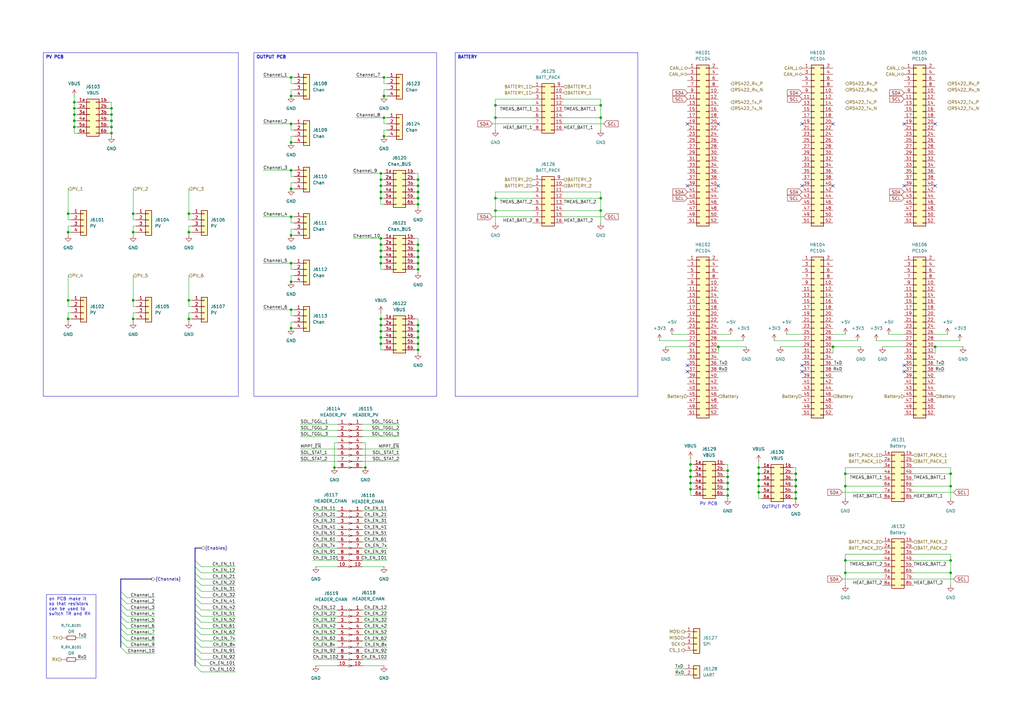
<source format=kicad_sch>
(kicad_sch (version 20250114) (generator "eeschema") (generator_version "9.0")
  (paper "A3")
  (text "OUTPUT PCB" (at 318.516 208.026 0) (effects (font (size 1.27 1.27))))
  (text "PV PCB" (at 290.576 206.756 0) (effects (font (size 1.27 1.27))))
  (text_box "on PCB make it so that resistors can be used to switch TR and RX" (at 19.05 243.84 0) (size 20.32 34.29) (margins 0.9525 0.9525 0.9525 0.9525) (effects (font (size 1.27 1.27)) (justify left top)))
  (text_box "PV PCB" (at 17.78 21.59 0) (size 80.01 140.97) (margins 0.9525 0.9525 0.9525 0.9525) (effects (font (size 1.27 1.27) (thickness 0.254) (bold yes)) (justify left top)))
  (text_box "BATTERY" (at 186.69 21.59 0) (size 74.93 140.97) (margins 0.9525 0.9525 0.9525 0.9525) (effects (font (size 1.27 1.27) (thickness 0.254) (bold yes)) (justify left top)))
  (text_box "OUTPUT PCB" (at 104.14 21.59 0) (size 74.93 140.97) (margins 0.9525 0.9525 0.9525 0.9525) (effects (font (size 1.27 1.27) (thickness 0.254) (bold yes)) (justify left top)))
  (junction (at 77.47 95.25))
  (junction (at 27.94 123.19))
  (junction (at 171.45 83.82))
  (junction (at 156.21 78.74))
  (junction (at 119.38 77.47))
  (junction (at 149.86 191.77))
  (junction (at 137.16 191.77))
  (junction (at 389.89 199.39))
  (junction (at 346.71 194.31))
  (junction (at 27.94 95.25))
  (junction (at 326.39 194.31))
  (junction (at 311.15 199.39))
  (junction (at 156.21 100.33))
  (junction (at 298.45 203.2))
  (junction (at 171.45 73.66))
  (junction (at 119.38 96.52))
  (junction (at 171.45 78.74))
  (junction (at 27.94 87.63))
  (junction (at 156.21 105.41))
  (junction (at 45.72 46.99))
  (junction (at 171.45 140.97))
  (junction (at 346.71 234.95))
  (junction (at 157.48 48.26))
  (junction (at 156.21 107.95))
  (junction (at 119.38 115.57))
  (junction (at 326.39 196.85))
  (junction (at 156.21 71.12))
  (junction (at 326.39 199.39))
  (junction (at 45.72 54.61))
  (junction (at 298.45 198.12))
  (junction (at 171.45 143.51))
  (junction (at 54.61 130.81))
  (junction (at 45.72 52.07))
  (junction (at 157.48 39.37))
  (junction (at 119.38 50.8))
  (junction (at 156.21 135.89))
  (junction (at 119.38 127))
  (junction (at 294.64 142.24))
  (junction (at 383.54 142.24))
  (junction (at 156.21 73.66))
  (junction (at 30.48 41.91))
  (junction (at 156.21 133.35))
  (junction (at 326.39 204.47))
  (junction (at 119.38 107.95))
  (junction (at 119.38 58.42))
  (junction (at 171.45 102.87))
  (junction (at 246.38 86.36))
  (junction (at 389.89 234.95))
  (junction (at 156.21 81.28))
  (junction (at 203.2 48.26))
  (junction (at 54.61 123.19))
  (junction (at 156.21 76.2))
  (junction (at 156.21 102.87))
  (junction (at 311.15 191.77))
  (junction (at 341.63 142.24))
  (junction (at 171.45 76.2))
  (junction (at 283.21 190.5))
  (junction (at 283.21 198.12))
  (junction (at 283.21 200.66))
  (junction (at 45.72 44.45))
  (junction (at 283.21 195.58))
  (junction (at 171.45 110.49))
  (junction (at 389.89 194.31))
  (junction (at 156.21 140.97))
  (junction (at 171.45 107.95))
  (junction (at 54.61 95.25))
  (junction (at 30.48 44.45))
  (junction (at 157.48 31.75))
  (junction (at 246.38 43.18))
  (junction (at 311.15 194.31))
  (junction (at 171.45 105.41))
  (junction (at 30.48 52.07))
  (junction (at 283.21 193.04))
  (junction (at 203.2 86.36))
  (junction (at 156.21 138.43))
  (junction (at 298.45 193.04))
  (junction (at 119.38 69.85))
  (junction (at 246.38 81.28))
  (junction (at 311.15 201.93))
  (junction (at 203.2 81.28))
  (junction (at 298.45 200.66))
  (junction (at 298.45 195.58))
  (junction (at 77.47 87.63))
  (junction (at 45.72 49.53))
  (junction (at 119.38 88.9))
  (junction (at 156.21 130.81))
  (junction (at 171.45 135.89))
  (junction (at 27.94 130.81))
  (junction (at 171.45 100.33))
  (junction (at 119.38 134.62))
  (junction (at 30.48 49.53))
  (junction (at 171.45 81.28))
  (junction (at 30.48 46.99))
  (junction (at 346.71 199.39))
  (junction (at 203.2 43.18))
  (junction (at 389.89 229.87))
  (junction (at 246.38 48.26))
  (junction (at 119.38 39.37))
  (junction (at 171.45 138.43))
  (junction (at 157.48 55.88))
  (junction (at 311.15 196.85))
  (junction (at 346.71 229.87))
  (junction (at 156.21 97.79))
  (junction (at 77.47 123.19))
  (junction (at 326.39 201.93))
  (junction (at 171.45 133.35))
  (junction (at 54.61 87.63))
  (junction (at 77.47 130.81))
  (junction (at 119.38 31.75))
  (no_connect (at 370.84 152.4))
  (no_connect (at 341.63 50.8))
  (no_connect (at 281.94 76.2))
  (no_connect (at 383.54 50.8))
  (no_connect (at 328.93 76.2))
  (no_connect (at 383.54 76.2))
  (no_connect (at 281.94 50.8))
  (no_connect (at 328.93 50.8))
  (no_connect (at 281.94 149.86))
  (no_connect (at 281.94 152.4))
  (no_connect (at 294.64 76.2))
  (no_connect (at 328.93 152.4))
  (no_connect (at 370.84 50.8))
  (no_connect (at 370.84 76.2))
  (no_connect (at 370.84 149.86))
  (no_connect (at 294.64 50.8))
  (no_connect (at 328.93 149.86))
  (no_connect (at 341.63 76.2))
  (bus_entry (at 49.53 255.27) (size 2.54 2.54))
  (bus_entry (at 80.01 250.19) (size 2.54 2.54))
  (bus_entry (at 80.01 260.35) (size 2.54 2.54))
  (bus_entry (at 80.01 234.95) (size 2.54 2.54))
  (bus_entry (at 49.53 265.43) (size 2.54 2.54))
  (bus_entry (at 80.01 232.41) (size 2.54 2.54))
  (bus_entry (at 80.01 257.81) (size 2.54 2.54))
  (bus_entry (at 49.53 252.73) (size 2.54 2.54))
  (bus_entry (at 80.01 252.73) (size 2.54 2.54))
  (bus_entry (at 49.53 247.65) (size 2.54 2.54))
  (bus_entry (at 80.01 265.43) (size 2.54 2.54))
  (bus_entry (at 80.01 262.89) (size 2.54 2.54))
  (bus_entry (at 49.53 242.57) (size 2.54 2.54))
  (bus_entry (at 49.53 262.89) (size 2.54 2.54))
  (bus_entry (at 80.01 242.57) (size 2.54 2.54))
  (bus_entry (at 80.01 267.97) (size 2.54 2.54))
  (bus_entry (at 80.01 245.11) (size 2.54 2.54))
  (bus_entry (at 49.53 260.35) (size 2.54 2.54))
  (bus_entry (at 80.01 229.87) (size 2.54 2.54))
  (bus_entry (at 49.53 257.81) (size 2.54 2.54))
  (bus_entry (at 80.01 237.49) (size 2.54 2.54))
  (bus_entry (at 80.01 240.03) (size 2.54 2.54))
  (bus_entry (at 80.01 247.65) (size 2.54 2.54))
  (bus_entry (at 49.53 245.11) (size 2.54 2.54))
  (bus_entry (at 80.01 273.05) (size 2.54 2.54))
  (bus_entry (at 80.01 255.27) (size 2.54 2.54))
  (bus_entry (at 80.01 270.51) (size 2.54 2.54))
  (bus_entry (at 49.53 250.19) (size 2.54 2.54))
  (wire (pts (xy 128.27 255.27) (xy 138.43 255.27)))
  (wire (pts (xy 298.45 204.47) (xy 298.45 203.2)))
  (wire (pts (xy 27.94 90.17) (xy 29.21 90.17)))
  (wire (pts (xy 298.45 198.12) (xy 298.45 195.58)))
  (wire (pts (xy 359.41 139.7) (xy 370.84 139.7)))
  (wire (pts (xy 120.65 132.08) (xy 119.38 132.08)))
  (wire (pts (xy 246.38 48.26) (xy 231.14 48.26)))
  (wire (pts (xy 231.14 40.64) (xy 246.38 40.64)))
  (wire (pts (xy 120.65 36.83) (xy 119.38 36.83)))
  (bus (pts (xy 80.01 255.27) (xy 80.01 257.81)))
  (wire (pts (xy 119.38 127) (xy 120.65 127)))
  (wire (pts (xy 361.95 142.24) (xy 370.84 142.24)))
  (wire (pts (xy 283.21 200.66) (xy 283.21 203.2)))
  (bus (pts (xy 49.53 247.65) (xy 49.53 250.19)))
  (wire (pts (xy 171.45 83.82) (xy 171.45 85.09)))
  (wire (pts (xy 171.45 133.35) (xy 171.45 130.81)))
  (wire (pts (xy 157.48 48.26) (xy 157.48 50.8)))
  (wire (pts (xy 171.45 110.49) (xy 171.45 111.76)))
  (wire (pts (xy 391.16 237.49) (xy 374.65 237.49)))
  (wire (pts (xy 171.45 140.97) (xy 170.18 140.97)))
  (wire (pts (xy 52.07 267.97) (xy 63.5 267.97)))
  (bus (pts (xy 49.53 245.11) (xy 49.53 247.65)))
  (wire (pts (xy 107.95 127) (xy 119.38 127)))
  (wire (pts (xy 128.27 227.33) (xy 138.43 227.33)))
  (wire (pts (xy 27.94 123.19) (xy 27.94 125.73)))
  (wire (pts (xy 25.4 270.51) (xy 26.67 270.51)))
  (wire (pts (xy 82.55 260.35) (xy 96.52 260.35)))
  (wire (pts (xy 170.18 83.82) (xy 171.45 83.82)))
  (wire (pts (xy 54.61 113.03) (xy 54.61 123.19)))
  (wire (pts (xy 52.07 247.65) (xy 63.5 247.65)))
  (wire (pts (xy 171.45 100.33) (xy 171.45 102.87)))
  (wire (pts (xy 128.27 209.55) (xy 138.43 209.55)))
  (wire (pts (xy 119.38 107.95) (xy 120.65 107.95)))
  (wire (pts (xy 158.75 224.79) (xy 148.59 224.79)))
  (wire (pts (xy 128.27 257.81) (xy 138.43 257.81)))
  (wire (pts (xy 283.21 190.5) (xy 284.48 190.5)))
  (wire (pts (xy 25.4 261.62) (xy 26.67 261.62)))
  (wire (pts (xy 119.38 50.8) (xy 120.65 50.8)))
  (wire (pts (xy 77.47 123.19) (xy 77.47 125.73)))
  (wire (pts (xy 77.47 96.52) (xy 77.47 95.25)))
  (wire (pts (xy 156.21 140.97) (xy 157.48 140.97)))
  (wire (pts (xy 82.55 247.65) (xy 96.52 247.65)))
  (wire (pts (xy 137.16 181.61) (xy 137.16 191.77)))
  (wire (pts (xy 158.75 265.43) (xy 148.59 265.43)))
  (wire (pts (xy 157.48 39.37) (xy 158.75 39.37)))
  (wire (pts (xy 52.07 245.11) (xy 63.5 245.11)))
  (wire (pts (xy 163.83 179.07) (xy 148.59 179.07)))
  (wire (pts (xy 171.45 143.51) (xy 171.45 140.97)))
  (wire (pts (xy 54.61 95.25) (xy 54.61 92.71)))
  (wire (pts (xy 298.45 193.04) (xy 298.45 190.5)))
  (wire (pts (xy 346.71 191.77) (xy 346.71 194.31)))
  (wire (pts (xy 123.19 189.23) (xy 138.43 189.23)))
  (wire (pts (xy 158.75 260.35) (xy 148.59 260.35)))
  (wire (pts (xy 77.47 90.17) (xy 78.74 90.17)))
  (bus (pts (xy 49.53 237.49) (xy 49.53 242.57)))
  (wire (pts (xy 30.48 52.07) (xy 30.48 54.61)))
  (wire (pts (xy 137.16 191.77) (xy 138.43 191.77)))
  (wire (pts (xy 158.75 255.27) (xy 148.59 255.27)))
  (wire (pts (xy 123.19 184.15) (xy 138.43 184.15)))
  (wire (pts (xy 156.21 71.12) (xy 157.48 71.12)))
  (wire (pts (xy 170.18 110.49) (xy 171.45 110.49)))
  (wire (pts (xy 156.21 73.66) (xy 156.21 76.2)))
  (wire (pts (xy 157.48 50.8) (xy 158.75 50.8)))
  (wire (pts (xy 119.38 96.52) (xy 120.65 96.52)))
  (wire (pts (xy 283.21 187.96) (xy 283.21 190.5)))
  (wire (pts (xy 298.45 198.12) (xy 297.18 198.12)))
  (wire (pts (xy 82.55 275.59) (xy 96.52 275.59)))
  (wire (pts (xy 170.18 105.41) (xy 171.45 105.41)))
  (wire (pts (xy 326.39 196.85) (xy 326.39 194.31)))
  (wire (pts (xy 158.75 229.87) (xy 148.59 229.87)))
  (wire (pts (xy 82.55 237.49) (xy 96.52 237.49)))
  (wire (pts (xy 27.94 130.81) (xy 27.94 128.27)))
  (wire (pts (xy 283.21 198.12) (xy 284.48 198.12)))
  (wire (pts (xy 54.61 90.17) (xy 55.88 90.17)))
  (wire (pts (xy 156.21 76.2) (xy 157.48 76.2)))
  (wire (pts (xy 119.38 129.54) (xy 120.65 129.54)))
  (wire (pts (xy 156.21 73.66) (xy 157.48 73.66)))
  (wire (pts (xy 77.47 77.47) (xy 77.47 87.63)))
  (wire (pts (xy 163.83 186.69) (xy 148.59 186.69)))
  (wire (pts (xy 156.21 78.74) (xy 157.48 78.74)))
  (wire (pts (xy 54.61 130.81) (xy 54.61 128.27)))
  (wire (pts (xy 157.48 31.75) (xy 158.75 31.75)))
  (wire (pts (xy 45.72 44.45) (xy 45.72 41.91)))
  (wire (pts (xy 326.39 201.93) (xy 326.39 199.39)))
  (wire (pts (xy 119.38 34.29) (xy 120.65 34.29)))
  (bus (pts (xy 80.01 224.79) (xy 80.01 229.87)))
  (wire (pts (xy 156.21 143.51) (xy 157.48 143.51)))
  (wire (pts (xy 294.64 144.78) (xy 294.64 142.24)))
  (wire (pts (xy 77.47 132.08) (xy 77.47 130.81)))
  (wire (pts (xy 322.58 137.16) (xy 328.93 137.16)))
  (wire (pts (xy 203.2 91.44) (xy 203.2 86.36)))
  (wire (pts (xy 298.45 149.86) (xy 294.64 149.86)))
  (wire (pts (xy 326.39 205.74) (xy 326.39 204.47)))
  (wire (pts (xy 389.89 240.03) (xy 389.89 234.95)))
  (wire (pts (xy 171.45 130.81) (xy 170.18 130.81)))
  (wire (pts (xy 82.55 257.81) (xy 96.52 257.81)))
  (wire (pts (xy 203.2 78.74) (xy 203.2 81.28)))
  (wire (pts (xy 170.18 100.33) (xy 171.45 100.33)))
  (bus (pts (xy 80.01 257.81) (xy 80.01 260.35)))
  (wire (pts (xy 374.65 199.39) (xy 389.89 199.39)))
  (wire (pts (xy 311.15 199.39) (xy 312.42 199.39)))
  (wire (pts (xy 345.44 201.93) (xy 361.95 201.93)))
  (bus (pts (xy 80.01 240.03) (xy 80.01 242.57)))
  (wire (pts (xy 393.7 139.7) (xy 383.54 139.7)))
  (wire (pts (xy 158.75 257.81) (xy 148.59 257.81)))
  (wire (pts (xy 128.27 217.17) (xy 138.43 217.17)))
  (wire (pts (xy 203.2 86.36) (xy 203.2 81.28)))
  (wire (pts (xy 27.94 95.25) (xy 29.21 95.25)))
  (wire (pts (xy 170.18 81.28) (xy 171.45 81.28)))
  (wire (pts (xy 326.39 199.39) (xy 325.12 199.39)))
  (wire (pts (xy 311.15 194.31) (xy 311.15 196.85)))
  (wire (pts (xy 374.65 229.87) (xy 389.89 229.87)))
  (wire (pts (xy 203.2 86.36) (xy 218.44 86.36)))
  (wire (pts (xy 30.48 54.61) (xy 31.75 54.61)))
  (wire (pts (xy 119.38 36.83) (xy 119.38 39.37)))
  (wire (pts (xy 77.47 87.63) (xy 77.47 90.17)))
  (wire (pts (xy 171.45 144.78) (xy 171.45 143.51)))
  (wire (pts (xy 54.61 123.19) (xy 55.88 123.19)))
  (wire (pts (xy 163.83 189.23) (xy 148.59 189.23)))
  (wire (pts (xy 283.21 195.58) (xy 283.21 198.12)))
  (wire (pts (xy 107.95 31.75) (xy 119.38 31.75)))
  (wire (pts (xy 246.38 40.64) (xy 246.38 43.18)))
  (wire (pts (xy 157.48 232.41) (xy 148.59 232.41)))
  (wire (pts (xy 119.38 132.08) (xy 119.38 134.62)))
  (wire (pts (xy 276.86 276.86) (xy 280.67 276.86)))
  (wire (pts (xy 156.21 138.43) (xy 157.48 138.43)))
  (bus (pts (xy 80.01 247.65) (xy 80.01 250.19)))
  (wire (pts (xy 203.2 53.34) (xy 203.2 48.26)))
  (wire (pts (xy 157.48 36.83) (xy 157.48 39.37)))
  (wire (pts (xy 120.65 55.88) (xy 119.38 55.88)))
  (wire (pts (xy 45.72 55.88) (xy 45.72 54.61)))
  (wire (pts (xy 129.54 273.05) (xy 138.43 273.05)))
  (wire (pts (xy 171.45 102.87) (xy 171.45 105.41)))
  (wire (pts (xy 45.72 49.53) (xy 45.72 46.99)))
  (wire (pts (xy 54.61 125.73) (xy 55.88 125.73)))
  (wire (pts (xy 77.47 123.19) (xy 78.74 123.19)))
  (wire (pts (xy 158.75 222.25) (xy 148.59 222.25)))
  (wire (pts (xy 201.93 88.9) (xy 218.44 88.9)))
  (wire (pts (xy 156.21 78.74) (xy 156.21 81.28)))
  (wire (pts (xy 123.19 186.69) (xy 138.43 186.69)))
  (wire (pts (xy 54.61 132.08) (xy 54.61 130.81)))
  (wire (pts (xy 156.21 81.28) (xy 157.48 81.28)))
  (bus (pts (xy 80.01 262.89) (xy 80.01 265.43)))
  (wire (pts (xy 203.2 40.64) (xy 203.2 43.18)))
  (wire (pts (xy 158.75 250.19) (xy 148.59 250.19)))
  (wire (pts (xy 82.55 242.57) (xy 96.52 242.57)))
  (wire (pts (xy 201.93 50.8) (xy 218.44 50.8)))
  (wire (pts (xy 156.21 110.49) (xy 157.48 110.49)))
  (wire (pts (xy 246.38 43.18) (xy 231.14 43.18)))
  (wire (pts (xy 299.72 137.16) (xy 294.64 137.16)))
  (wire (pts (xy 170.18 73.66) (xy 171.45 73.66)))
  (wire (pts (xy 374.65 234.95) (xy 389.89 234.95)))
  (wire (pts (xy 119.38 50.8) (xy 119.38 53.34)))
  (wire (pts (xy 298.45 152.4) (xy 294.64 152.4)))
  (wire (pts (xy 346.71 227.33) (xy 346.71 229.87)))
  (wire (pts (xy 119.38 113.03) (xy 119.38 115.57)))
  (wire (pts (xy 156.21 97.79) (xy 157.48 97.79)))
  (wire (pts (xy 156.21 71.12) (xy 156.21 73.66)))
  (wire (pts (xy 391.16 201.93) (xy 374.65 201.93)))
  (wire (pts (xy 156.21 133.35) (xy 156.21 135.89)))
  (wire (pts (xy 346.71 199.39) (xy 346.71 194.31)))
  (wire (pts (xy 128.27 250.19) (xy 138.43 250.19)))
  (wire (pts (xy 54.61 123.19) (xy 54.61 125.73)))
  (wire (pts (xy 231.14 78.74) (xy 246.38 78.74)))
  (wire (pts (xy 246.38 86.36) (xy 246.38 81.28)))
  (wire (pts (xy 77.47 92.71) (xy 78.74 92.71)))
  (wire (pts (xy 311.15 191.77) (xy 312.42 191.77)))
  (wire (pts (xy 388.62 137.16) (xy 383.54 137.16)))
  (wire (pts (xy 82.55 232.41) (xy 96.52 232.41)))
  (wire (pts (xy 311.15 196.85) (xy 312.42 196.85)))
  (bus (pts (xy 80.01 265.43) (xy 80.01 267.97)))
  (wire (pts (xy 156.21 128.27) (xy 156.21 130.81)))
  (wire (pts (xy 27.94 113.03) (xy 27.94 123.19)))
  (wire (pts (xy 54.61 92.71) (xy 55.88 92.71)))
  (bus (pts (xy 80.01 224.79) (xy 82.55 224.79)))
  (wire (pts (xy 203.2 48.26) (xy 218.44 48.26)))
  (wire (pts (xy 30.48 44.45) (xy 30.48 46.99)))
  (wire (pts (xy 156.21 130.81) (xy 157.48 130.81)))
  (wire (pts (xy 107.95 69.85) (xy 119.38 69.85)))
  (wire (pts (xy 156.21 130.81) (xy 156.21 133.35)))
  (wire (pts (xy 128.27 219.71) (xy 138.43 219.71)))
  (wire (pts (xy 171.45 107.95) (xy 171.45 110.49)))
  (wire (pts (xy 119.38 127) (xy 119.38 129.54)))
  (wire (pts (xy 82.55 273.05) (xy 96.52 273.05)))
  (wire (pts (xy 326.39 204.47) (xy 326.39 201.93)))
  (wire (pts (xy 158.75 267.97) (xy 148.59 267.97)))
  (wire (pts (xy 82.55 267.97) (xy 96.52 267.97)))
  (wire (pts (xy 311.15 191.77) (xy 311.15 194.31)))
  (wire (pts (xy 311.15 189.23) (xy 311.15 191.77)))
  (wire (pts (xy 389.89 191.77) (xy 389.89 194.31)))
  (wire (pts (xy 156.21 81.28) (xy 156.21 83.82)))
  (wire (pts (xy 341.63 144.78) (xy 341.63 142.24)))
  (wire (pts (xy 52.07 265.43) (xy 63.5 265.43)))
  (wire (pts (xy 27.94 96.52) (xy 27.94 95.25)))
  (wire (pts (xy 119.38 39.37) (xy 120.65 39.37)))
  (wire (pts (xy 345.44 149.86) (xy 341.63 149.86)))
  (wire (pts (xy 170.18 78.74) (xy 171.45 78.74)))
  (wire (pts (xy 170.18 107.95) (xy 171.45 107.95)))
  (wire (pts (xy 54.61 95.25) (xy 55.88 95.25)))
  (wire (pts (xy 77.47 95.25) (xy 77.47 92.71)))
  (wire (pts (xy 30.48 44.45) (xy 31.75 44.45)))
  (wire (pts (xy 119.38 134.62) (xy 120.65 134.62)))
  (wire (pts (xy 246.38 78.74) (xy 246.38 81.28)))
  (wire (pts (xy 77.47 130.81) (xy 78.74 130.81)))
  (wire (pts (xy 128.27 222.25) (xy 138.43 222.25)))
  (wire (pts (xy 30.48 39.37) (xy 30.48 41.91)))
  (wire (pts (xy 119.38 88.9) (xy 119.38 91.44)))
  (wire (pts (xy 158.75 252.73) (xy 148.59 252.73)))
  (wire (pts (xy 311.15 201.93) (xy 312.42 201.93)))
  (bus (pts (xy 49.53 257.81) (xy 49.53 260.35)))
  (wire (pts (xy 156.21 140.97) (xy 156.21 143.51)))
  (wire (pts (xy 320.04 142.24) (xy 328.93 142.24)))
  (wire (pts (xy 156.21 100.33) (xy 156.21 102.87)))
  (wire (pts (xy 298.45 200.66) (xy 297.18 200.66)))
  (wire (pts (xy 156.21 105.41) (xy 156.21 107.95)))
  (wire (pts (xy 156.21 107.95) (xy 157.48 107.95)))
  (wire (pts (xy 82.55 250.19) (xy 96.52 250.19)))
  (wire (pts (xy 247.65 88.9) (xy 231.14 88.9)))
  (wire (pts (xy 158.75 214.63) (xy 148.59 214.63)))
  (wire (pts (xy 346.71 137.16) (xy 341.63 137.16)))
  (wire (pts (xy 326.39 191.77) (xy 325.12 191.77)))
  (wire (pts (xy 119.38 53.34) (xy 120.65 53.34)))
  (wire (pts (xy 171.45 140.97) (xy 171.45 138.43)))
  (wire (pts (xy 345.44 152.4) (xy 341.63 152.4)))
  (wire (pts (xy 387.35 149.86) (xy 383.54 149.86)))
  (wire (pts (xy 171.45 73.66) (xy 171.45 76.2)))
  (wire (pts (xy 119.38 77.47) (xy 120.65 77.47)))
  (wire (pts (xy 52.07 255.27) (xy 63.5 255.27)))
  (wire (pts (xy 346.71 191.77) (xy 361.95 191.77)))
  (bus (pts (xy 80.01 232.41) (xy 80.01 234.95)))
  (wire (pts (xy 203.2 81.28) (xy 218.44 81.28)))
  (wire (pts (xy 163.83 176.53) (xy 148.59 176.53)))
  (bus (pts (xy 80.01 250.19) (xy 80.01 252.73)))
  (wire (pts (xy 137.16 181.61) (xy 138.43 181.61)))
  (wire (pts (xy 156.21 107.95) (xy 156.21 110.49)))
  (wire (pts (xy 170.18 97.79) (xy 171.45 97.79)))
  (wire (pts (xy 158.75 53.34) (xy 157.48 53.34)))
  (wire (pts (xy 156.21 135.89) (xy 157.48 135.89)))
  (bus (pts (xy 80.01 260.35) (xy 80.01 262.89)))
  (wire (pts (xy 276.86 274.32) (xy 280.67 274.32)))
  (wire (pts (xy 158.75 219.71) (xy 148.59 219.71)))
  (wire (pts (xy 27.94 123.19) (xy 29.21 123.19)))
  (wire (pts (xy 171.45 133.35) (xy 170.18 133.35)))
  (wire (pts (xy 156.21 76.2) (xy 156.21 78.74)))
  (wire (pts (xy 156.21 105.41) (xy 157.48 105.41)))
  (wire (pts (xy 326.39 199.39) (xy 326.39 196.85)))
  (wire (pts (xy 326.39 194.31) (xy 325.12 194.31)))
  (wire (pts (xy 30.48 52.07) (xy 31.75 52.07)))
  (wire (pts (xy 52.07 252.73) (xy 63.5 252.73)))
  (wire (pts (xy 158.75 36.83) (xy 157.48 36.83)))
  (bus (pts (xy 49.53 250.19) (xy 49.53 252.73)))
  (bus (pts (xy 49.53 255.27) (xy 49.53 257.81)))
  (wire (pts (xy 128.27 270.51) (xy 138.43 270.51)))
  (wire (pts (xy 123.19 179.07) (xy 138.43 179.07)))
  (wire (pts (xy 170.18 102.87) (xy 171.45 102.87)))
  (wire (pts (xy 54.61 87.63) (xy 55.88 87.63)))
  (wire (pts (xy 171.45 71.12) (xy 171.45 73.66)))
  (wire (pts (xy 128.27 252.73) (xy 138.43 252.73)))
  (wire (pts (xy 156.21 102.87) (xy 157.48 102.87)))
  (wire (pts (xy 54.61 77.47) (xy 54.61 87.63)))
  (wire (pts (xy 270.51 139.7) (xy 281.94 139.7)))
  (wire (pts (xy 171.45 105.41) (xy 171.45 107.95)))
  (wire (pts (xy 157.48 48.26) (xy 158.75 48.26)))
  (wire (pts (xy 306.07 142.24) (xy 294.64 142.24)))
  (wire (pts (xy 298.45 193.04) (xy 297.18 193.04)))
  (wire (pts (xy 231.14 81.28) (xy 246.38 81.28)))
  (wire (pts (xy 27.94 77.47) (xy 27.94 87.63)))
  (wire (pts (xy 119.38 107.95) (xy 119.38 110.49)))
  (wire (pts (xy 283.21 195.58) (xy 284.48 195.58)))
  (wire (pts (xy 77.47 113.03) (xy 77.47 123.19)))
  (wire (pts (xy 45.72 52.07) (xy 45.72 49.53)))
  (wire (pts (xy 82.55 262.89) (xy 96.52 262.89)))
  (wire (pts (xy 203.2 78.74) (xy 218.44 78.74)))
  (wire (pts (xy 120.65 113.03) (xy 119.38 113.03)))
  (wire (pts (xy 283.21 193.04) (xy 283.21 195.58)))
  (wire (pts (xy 326.39 201.93) (xy 325.12 201.93)))
  (bus (pts (xy 80.01 234.95) (xy 80.01 237.49)))
  (wire (pts (xy 30.48 41.91) (xy 31.75 41.91)))
  (wire (pts (xy 158.75 209.55) (xy 148.59 209.55)))
  (wire (pts (xy 171.45 135.89) (xy 171.45 133.35)))
  (wire (pts (xy 298.45 195.58) (xy 298.45 193.04)))
  (wire (pts (xy 374.65 227.33) (xy 389.89 227.33)))
  (bus (pts (xy 80.01 267.97) (xy 80.01 270.51)))
  (wire (pts (xy 157.48 34.29) (xy 158.75 34.29)))
  (wire (pts (xy 374.65 194.31) (xy 389.89 194.31)))
  (wire (pts (xy 346.71 194.31) (xy 361.95 194.31)))
  (wire (pts (xy 311.15 201.93) (xy 311.15 204.47)))
  (wire (pts (xy 119.38 31.75) (xy 120.65 31.75)))
  (wire (pts (xy 389.89 199.39) (xy 389.89 204.47)))
  (wire (pts (xy 157.48 53.34) (xy 157.48 55.88)))
  (wire (pts (xy 156.21 102.87) (xy 156.21 105.41)))
  (wire (pts (xy 45.72 46.99) (xy 45.72 44.45)))
  (wire (pts (xy 346.71 240.03) (xy 346.71 234.95)))
  (wire (pts (xy 52.07 262.89) (xy 63.5 262.89)))
  (wire (pts (xy 273.05 142.24) (xy 281.94 142.24)))
  (wire (pts (xy 54.61 128.27) (xy 55.88 128.27)))
  (wire (pts (xy 149.86 181.61) (xy 149.86 191.77)))
  (wire (pts (xy 346.71 199.39) (xy 361.95 199.39)))
  (wire (pts (xy 311.15 196.85) (xy 311.15 199.39)))
  (wire (pts (xy 345.44 237.49) (xy 361.95 237.49)))
  (wire (pts (xy 82.55 252.73) (xy 96.52 252.73)))
  (wire (pts (xy 171.45 81.28) (xy 171.45 83.82)))
  (bus (pts (xy 49.53 242.57) (xy 49.53 245.11)))
  (wire (pts (xy 163.83 184.15) (xy 148.59 184.15)))
  (bus (pts (xy 80.01 270.51) (xy 80.01 273.05)))
  (wire (pts (xy 157.48 55.88) (xy 158.75 55.88)))
  (wire (pts (xy 156.21 138.43) (xy 156.21 140.97)))
  (wire (pts (xy 157.48 273.05) (xy 148.59 273.05)))
  (wire (pts (xy 52.07 260.35) (xy 63.5 260.35)))
  (wire (pts (xy 298.45 203.2) (xy 298.45 200.66)))
  (wire (pts (xy 82.55 270.51) (xy 96.52 270.51)))
  (wire (pts (xy 346.71 227.33) (xy 361.95 227.33)))
  (wire (pts (xy 317.5 139.7) (xy 328.93 139.7)))
  (wire (pts (xy 364.49 137.16) (xy 370.84 137.16)))
  (wire (pts (xy 144.78 97.79) (xy 156.21 97.79)))
  (wire (pts (xy 156.21 100.33) (xy 157.48 100.33)))
  (wire (pts (xy 128.27 229.87) (xy 138.43 229.87)))
  (wire (pts (xy 158.75 212.09) (xy 148.59 212.09)))
  (wire (pts (xy 346.71 204.47) (xy 346.71 199.39)))
  (wire (pts (xy 54.61 87.63) (xy 54.61 90.17)))
  (wire (pts (xy 82.55 255.27) (xy 96.52 255.27)))
  (wire (pts (xy 246.38 91.44) (xy 246.38 86.36)))
  (wire (pts (xy 27.94 125.73) (xy 29.21 125.73)))
  (wire (pts (xy 82.55 245.11) (xy 96.52 245.11)))
  (wire (pts (xy 119.38 69.85) (xy 120.65 69.85)))
  (wire (pts (xy 45.72 54.61) (xy 44.45 54.61)))
  (wire (pts (xy 394.97 142.24) (xy 383.54 142.24)))
  (wire (pts (xy 146.05 31.75) (xy 157.48 31.75)))
  (wire (pts (xy 171.45 143.51) (xy 170.18 143.51)))
  (wire (pts (xy 389.89 227.33) (xy 389.89 229.87)))
  (wire (pts (xy 30.48 46.99) (xy 30.48 49.53)))
  (wire (pts (xy 119.38 31.75) (xy 119.38 34.29)))
  (wire (pts (xy 45.72 44.45) (xy 44.45 44.45)))
  (wire (pts (xy 298.45 203.2) (xy 297.18 203.2)))
  (wire (pts (xy 346.71 234.95) (xy 346.71 229.87)))
  (wire (pts (xy 346.71 229.87) (xy 361.95 229.87)))
  (wire (pts (xy 119.38 110.49) (xy 120.65 110.49)))
  (wire (pts (xy 45.72 49.53) (xy 44.45 49.53)))
  (wire (pts (xy 156.21 83.82) (xy 157.48 83.82)))
  (wire (pts (xy 27.94 130.81) (xy 29.21 130.81)))
  (wire (pts (xy 246.38 48.26) (xy 246.38 43.18)))
  (wire (pts (xy 351.79 139.7) (xy 341.63 139.7)))
  (wire (pts (xy 156.21 97.79) (xy 156.21 100.33)))
  (bus (pts (xy 49.53 260.35) (xy 49.53 262.89)))
  (wire (pts (xy 156.21 133.35) (xy 157.48 133.35)))
  (wire (pts (xy 82.55 234.95) (xy 96.52 234.95)))
  (wire (pts (xy 27.94 132.08) (xy 27.94 130.81)))
  (wire (pts (xy 163.83 173.99) (xy 148.59 173.99)))
  (wire (pts (xy 27.94 128.27) (xy 29.21 128.27)))
  (wire (pts (xy 157.48 31.75) (xy 157.48 34.29)))
  (wire (pts (xy 45.72 54.61) (xy 45.72 52.07)))
  (wire (pts (xy 247.65 50.8) (xy 231.14 50.8)))
  (wire (pts (xy 246.38 53.34) (xy 246.38 48.26)))
  (wire (pts (xy 311.15 204.47) (xy 312.42 204.47)))
  (wire (pts (xy 30.48 49.53) (xy 31.75 49.53)))
  (wire (pts (xy 149.86 191.77) (xy 148.59 191.77)))
  (wire (pts (xy 298.45 195.58) (xy 297.18 195.58)))
  (wire (pts (xy 30.48 49.53) (xy 30.48 52.07)))
  (wire (pts (xy 119.38 72.39) (xy 120.65 72.39)))
  (wire (pts (xy 45.72 41.91) (xy 44.45 41.91)))
  (wire (pts (xy 77.47 130.81) (xy 77.47 128.27)))
  (wire (pts (xy 326.39 204.47) (xy 325.12 204.47)))
  (wire (pts (xy 52.07 257.81) (xy 63.5 257.81)))
  (wire (pts (xy 77.47 95.25) (xy 78.74 95.25)))
  (wire (pts (xy 107.95 50.8) (xy 119.38 50.8)))
  (wire (pts (xy 170.18 71.12) (xy 171.45 71.12)))
  (wire (pts (xy 171.45 138.43) (xy 170.18 138.43)))
  (wire (pts (xy 203.2 40.64) (xy 218.44 40.64)))
  (bus (pts (xy 80.01 242.57) (xy 80.01 245.11)))
  (wire (pts (xy 156.21 135.89) (xy 156.21 138.43)))
  (wire (pts (xy 119.38 115.57) (xy 120.65 115.57)))
  (wire (pts (xy 54.61 96.52) (xy 54.61 95.25)))
  (wire (pts (xy 171.45 78.74) (xy 171.45 81.28)))
  (wire (pts (xy 27.94 87.63) (xy 27.94 90.17)))
  (bus (pts (xy 80.01 237.49) (xy 80.01 240.03)))
  (wire (pts (xy 128.27 262.89) (xy 138.43 262.89)))
  (bus (pts (xy 49.53 252.73) (xy 49.53 255.27)))
  (wire (pts (xy 123.19 173.99) (xy 138.43 173.99)))
  (bus (pts (xy 80.01 245.11) (xy 80.01 247.65)))
  (wire (pts (xy 374.65 191.77) (xy 389.89 191.77)))
  (wire (pts (xy 128.27 260.35) (xy 138.43 260.35)))
  (wire (pts (xy 107.95 88.9) (xy 119.38 88.9)))
  (bus (pts (xy 62.23 237.49) (xy 49.53 237.49)))
  (wire (pts (xy 171.45 135.89) (xy 170.18 135.89)))
  (wire (pts (xy 123.19 176.53) (xy 138.43 176.53)))
  (wire (pts (xy 45.72 46.99) (xy 44.45 46.99)))
  (wire (pts (xy 158.75 227.33) (xy 148.59 227.33)))
  (wire (pts (xy 383.54 144.78) (xy 383.54 142.24)))
  (wire (pts (xy 27.94 92.71) (xy 29.21 92.71)))
  (wire (pts (xy 298.45 190.5) (xy 297.18 190.5)))
  (wire (pts (xy 171.45 97.79) (xy 171.45 100.33)))
  (wire (pts (xy 128.27 267.97) (xy 138.43 267.97)))
  (wire (pts (xy 82.55 240.03) (xy 96.52 240.03)))
  (wire (pts (xy 311.15 194.31) (xy 312.42 194.31)))
  (wire (pts (xy 275.59 137.16) (xy 281.94 137.16)))
  (wire (pts (xy 77.47 128.27) (xy 78.74 128.27)))
  (wire (pts (xy 326.39 196.85) (xy 325.12 196.85)))
  (wire (pts (xy 119.38 58.42) (xy 120.65 58.42)))
  (wire (pts (xy 120.65 74.93) (xy 119.38 74.93)))
  (wire (pts (xy 346.71 234.95) (xy 361.95 234.95)))
  (wire (pts (xy 119.38 69.85) (xy 119.38 72.39)))
  (wire (pts (xy 77.47 87.63) (xy 78.74 87.63)))
  (wire (pts (xy 283.21 190.5) (xy 283.21 193.04)))
  (wire (pts (xy 35.56 270.51) (xy 31.75 270.51)))
  (bus (pts (xy 80.01 252.73) (xy 80.01 255.27)))
  (wire (pts (xy 128.27 224.79) (xy 138.43 224.79)))
  (wire (pts (xy 128.27 265.43) (xy 138.43 265.43)))
  (wire (pts (xy 171.45 76.2) (xy 171.45 78.74)))
  (wire (pts (xy 171.45 138.43) (xy 171.45 135.89)))
  (wire (pts (xy 119.38 74.93) (xy 119.38 77.47)))
  (wire (pts (xy 389.89 194.31) (xy 389.89 199.39)))
  (wire (pts (xy 27.94 87.63) (xy 29.21 87.63)))
  (wire (pts (xy 129.54 232.41) (xy 138.43 232.41)))
  (wire (pts (xy 298.45 200.66) (xy 298.45 198.12)))
  (bus (pts (xy 49.53 262.89) (xy 49.53 265.43)))
  (wire (pts (xy 77.47 125.73) (xy 78.74 125.73)))
  (wire (pts (xy 170.18 76.2) (xy 171.45 76.2)))
  (wire (pts (xy 30.48 46.99) (xy 31.75 46.99)))
  (wire (pts (xy 30.48 41.91) (xy 30.48 44.45)))
  (wire (pts (xy 45.72 52.07) (xy 44.45 52.07)))
  (wire (pts (xy 35.56 261.62) (xy 31.75 261.62)))
  (wire (pts (xy 52.07 250.19) (xy 63.5 250.19)))
  (wire (pts (xy 119.38 55.88) (xy 119.38 58.42)))
  (wire (pts (xy 387.35 152.4) (xy 383.54 152.4)))
  (wire (pts (xy 27.94 95.25) (xy 27.94 92.71)))
  (wire (pts (xy 107.95 107.95) (xy 119.38 107.95)))
  (wire (pts (xy 311.15 199.39) (xy 311.15 201.93)))
  (wire (pts (xy 82.55 265.43) (xy 96.52 265.43)))
  (wire (pts (xy 120.65 93.98) (xy 119.38 93.98)))
  (wire (pts (xy 146.05 48.26) (xy 157.48 48.26)))
  (wire (pts (xy 326.39 194.31) (xy 326.39 191.77)))
  (wire (pts (xy 283.21 198.12) (xy 283.21 200.66)))
  (wire (pts (xy 283.21 203.2) (xy 284.48 203.2)))
  (wire (pts (xy 203.2 43.18) (xy 218.44 43.18)))
  (wire (pts (xy 231.14 86.36) (xy 246.38 86.36)))
  (wire (pts (xy 149.86 181.61) (xy 148.59 181.61)))
  (wire (pts (xy 304.8 139.7) (xy 294.64 139.7)))
  (wire (pts (xy 119.38 91.44) (xy 120.65 91.44)))
  (wire (pts (xy 283.21 200.66) (xy 284.48 200.66)))
  (bus (pts (xy 80.01 229.87) (xy 80.01 232.41)))
  (wire (pts (xy 144.78 71.12) (xy 156.21 71.12)))
  (wire (pts (xy 54.61 130.81) (xy 55.88 130.81)))
  (wire (pts (xy 128.27 214.63) (xy 138.43 214.63)))
  (wire (pts (xy 203.2 48.26) (xy 203.2 43.18)))
  (wire (pts (xy 353.06 142.24) (xy 341.63 142.24)))
  (wire (pts (xy 128.27 212.09) (xy 138.43 212.09)))
  (wire (pts (xy 158.75 270.51) (xy 148.59 270.51)))
  (wire (pts (xy 283.21 193.04) (xy 284.48 193.04)))
  (wire (pts (xy 389.89 234.95) (xy 389.89 229.87)))
  (wire (pts (xy 119.38 93.98) (xy 119.38 96.52)))
  (wire (pts (xy 158.75 262.89) (xy 148.59 262.89)))
  (wire (pts (xy 119.38 88.9) (xy 120.65 88.9)))
  (wire (pts (xy 158.75 217.17) (xy 148.59 217.17)))
  (image (at 494.03 78.74))
  (label "Ch_EN_51" (at 128.27 219.71 0))
  (label "Ch_EN_51" (at 158.75 219.71 180))
  (label "Ch_EN_8x" (at 158.75 265.43 180))
  (label "TMEAS_BATT_1" (at 218.44 45.72 180))
  (label "Ch_EN_102" (at 158.75 270.51 180))
  (label "Channel_7" (at 146.05 31.75 0))
  (label "Ch_EN_31" (at 128.27 214.63 0))
  (label "Ch_EN_91" (at 96.52 267.97 180))
  (label "SOL_TGGL_3" (at 163.83 179.07 180))
  (label "MPPT_~{EN}" (at 123.19 184.15 0))
  (label "Ch_EN_11" (at 96.52 232.41 180))
  (label "Ch_EN_31" (at 96.52 242.57 180))
  (label "HEAT_BATT_2" (at 231.14 91.44 0))
  (label "Ch_EN_62" (at 158.75 262.89 180))
  (label "RxD" (at 387.35 152.4 180))
  (label "TMEAS_BATT_1" (at 361.95 196.85 180))
  (label "Ch_EN_11" (at 158.75 209.55 180))
  (label "Ch_EN_11" (at 128.27 209.55 0))
  (label "TxD" (at 298.45 149.86 180))
  (label "Channel_10" (at 144.78 97.79 0))
  (label "Ch_EN_42" (at 128.27 257.81 0))
  (label "Ch_EN_42" (at 158.75 257.81 180))
  (label "HEAT_BATT_1" (at 374.65 204.47 0))
  (label "Ch_EN_12" (at 158.75 250.19 180))
  (label "Channel_5" (at 107.95 107.95 0))
  (label "Ch_EN_31" (at 158.75 214.63 180))
  (label "SOL_TGGL_1" (at 163.83 173.99 180))
  (label "Ch_EN_101" (at 128.27 229.87 0))
  (label "RxD" (at 35.56 270.51 180))
  (label "Ch_EN_32" (at 96.52 245.11 180))
  (label "HEAT_BATT_1" (at 361.95 204.47 180))
  (label "Channel_1" (at 63.5 245.11 180))
  (label "Ch_EN_12" (at 96.52 234.95 180))
  (label "Channel_10" (at 63.5 267.97 180))
  (label "Ch_EN_101" (at 96.52 273.05 180))
  (label "Ch_EN_7x" (at 158.75 224.79 180))
  (label "RxD" (at 276.86 276.86 0))
  (label "Channel_9" (at 63.5 265.43 180))
  (label "HEAT_BATT_2" (at 361.95 240.03 180))
  (label "TMEAS_BATT_2" (at 231.14 83.82 0))
  (label "Channel_6" (at 63.5 257.81 180))
  (label "TMEAS_BATT_1" (at 231.14 45.72 0))
  (label "Ch_EN_92" (at 128.27 267.97 0))
  (label "Ch_EN_91" (at 158.75 227.33 180))
  (label "Ch_EN_52" (at 128.27 260.35 0))
  (label "Ch_EN_8x" (at 96.52 265.43 180))
  (label "TxD" (at 387.35 149.86 180))
  (label "Channel_4" (at 107.95 88.9 0))
  (label "SOL_STAT_2" (at 123.19 189.23 0))
  (label "Channel_6" (at 107.95 127 0))
  (label "SOL_TGGL_3" (at 123.19 179.07 0))
  (label "Ch_EN_8x" (at 128.27 265.43 0))
  (label "MPPT_~{EN}" (at 163.83 184.15 180))
  (label "HEAT_BATT_1" (at 218.44 53.34 180))
  (label "Ch_EN_52" (at 158.75 260.35 180))
  (label "Ch_EN_41" (at 128.27 217.17 0))
  (label "TxD" (at 276.86 274.32 0))
  (label "SOL_STAT_2" (at 163.83 189.23 180))
  (label "TxD" (at 35.56 261.62 180))
  (label "Ch_EN_62" (at 128.27 262.89 0))
  (label "Ch_EN_22" (at 128.27 252.73 0))
  (label "Ch_EN_22" (at 158.75 252.73 180))
  (label "SOL_STAT_1" (at 123.19 186.69 0))
  (label "Channel_5" (at 63.5 255.27 180))
  (label "Ch_EN_21" (at 96.52 237.49 180))
  (label "Ch_EN_92" (at 158.75 267.97 180))
  (label "Channel_3" (at 63.5 250.19 180))
  (label "Ch_EN_61" (at 158.75 222.25 180))
  (label "Ch_EN_42" (at 96.52 250.19 180))
  (label "Ch_EN_22" (at 96.52 240.03 180))
  (label "Ch_EN_102" (at 128.27 270.51 0))
  (label "Channel_2" (at 63.5 247.65 180))
  (label "Channel_7" (at 63.5 260.35 180))
  (label "Ch_EN_41" (at 158.75 217.17 180))
  (label "Ch_EN_7x" (at 128.27 224.79 0))
  (label "HEAT_BATT_2" (at 218.44 91.44 180))
  (label "TMEAS_BATT_2" (at 361.95 232.41 180))
  (label "Ch_EN_52" (at 96.52 255.27 180))
  (label "RxD" (at 345.44 152.4 180))
  (label "TxD" (at 345.44 149.86 180))
  (label "Channel_9" (at 144.78 71.12 0))
  (label "Ch_EN_102" (at 96.52 275.59 180))
  (label "Ch_EN_62" (at 96.52 260.35 180))
  (label "RxD" (at 298.45 152.4 180))
  (label "Ch_EN_92" (at 96.52 270.51 180))
  (label "TMEAS_BATT_2" (at 374.65 232.41 0))
  (label "Channel_4" (at 63.5 252.73 180))
  (label "Ch_EN_61" (at 96.52 257.81 180))
  (label "Channel_3" (at 107.95 69.85 0))
  (label "Ch_EN_12" (at 128.27 250.19 0))
  (label "SOL_TGGL_1" (at 123.19 173.99 0))
  (label "Channel_8" (at 146.05 48.26 0))
  (label "Ch_EN_32" (at 128.27 255.27 0))
  (label "HEAT_BATT_1" (at 231.14 53.34 0))
  (label "Ch_EN_7x" (at 96.52 262.89 180))
  (label "Ch_EN_101" (at 158.75 229.87 180))
  (label "Channel_1" (at 107.95 31.75 0))
  (label "TMEAS_BATT_1" (at 374.65 196.85 0))
  (label "Ch_EN_91" (at 128.27 227.33 0))
  (label "TMEAS_BATT_2" (at 218.44 83.82 180))
  (label "HEAT_BATT_2" (at 374.65 240.03 0))
  (label "SOL_TGGL_2" (at 123.19 176.53 0))
  (label "Ch_EN_61" (at 128.27 222.25 0))
  (label "Channel_2" (at 107.95 50.8 0))
  (label "Ch_EN_32" (at 158.75 255.27 180))
  (label "Ch_EN_41" (at 96.52 247.65 180))
  (label "Ch_EN_21" (at 128.27 212.09 0))
  (label "Channel_8" (at 63.5 262.89 180))
  (label "Ch_EN_51" (at 96.52 252.73 180))
  (label "SOL_TGGL_2" (at 163.83 176.53 180))
  (label "SOL_STAT_1" (at 163.83 186.69 180))
  (label "Ch_EN_21" (at 158.75 212.09 180))
  (global_label "SDA" (shape input) (at 328.93 38.1 180) (property "Intersheetrefs" "${INTERSHEET_REFS}" (effects (hide yes))) (property "Netclass" "I2C" (effects (hide yes))))
  (global_label "SDA" (shape input) (at 201.93 50.8 180) (property "Intersheetrefs" "${INTERSHEET_REFS}" (effects (hide yes))) (property "Netclass" "I2C" (effects (hide yes))))
  (global_label "SDA" (shape input) (at 201.93 88.9 180) (property "Intersheetrefs" "${INTERSHEET_REFS}" (effects (hide yes))) (property "Netclass" "I2C" (effects (hide yes))))
  (global_label "SCL" (shape input) (at 281.94 40.64 180) (property "Intersheetrefs" "${INTERSHEET_REFS}" (effects (hide yes))) (property "Netclass" "I2C" (effects (hide yes))))
  (global_label "SCL" (shape input) (at 391.16 237.49 0) (property "Intersheetrefs" "${INTERSHEET_REFS}" (effects (hide yes))) (property "Netclass" "I2C" (effects (hide yes))))
  (global_label "SDA" (shape input) (at 345.44 237.49 180) (property "Intersheetrefs" "${INTERSHEET_REFS}" (effects (hide yes))) (property "Netclass" "I2C" (effects (hide yes))))
  (global_label "SDA" (shape input) (at 328.93 78.74 180) (property "Intersheetrefs" "${INTERSHEET_REFS}" (effects (hide yes))) (property "Netclass" "I2C" (effects (hide yes))))
  (global_label "SDA" (shape input) (at 370.84 38.1 180) (property "Intersheetrefs" "${INTERSHEET_REFS}" (effects (hide yes))) (property "Netclass" "I2C" (effects (hide yes))))
  (global_label "SCL" (shape input) (at 370.84 81.28 180) (property "Intersheetrefs" "${INTERSHEET_REFS}" (effects (hide yes))) (property "Netclass" "I2C" (effects (hide yes))))
  (global_label "SCL" (shape input) (at 391.16 201.93 0) (property "Intersheetrefs" "${INTERSHEET_REFS}" (effects (hide yes))) (property "Netclass" "I2C" (effects (hide yes))))
  (global_label "SDA" (shape input) (at 281.94 38.1 180) (property "Intersheetrefs" "${INTERSHEET_REFS}" (effects (hide yes))) (property "Netclass" "I2C" (effects (hide yes))))
  (global_label "SCL" (shape input) (at 328.93 40.64 180) (property "Intersheetrefs" "${INTERSHEET_REFS}" (effects (hide yes))) (property "Netclass" "I2C" (effects (hide yes))))
  (global_label "SDA" (shape input) (at 370.84 78.74 180) (property "Intersheetrefs" "${INTERSHEET_REFS}" (effects (hide yes))) (property "Netclass" "I2C" (effects (hide yes))))
  (global_label "SCL" (shape input) (at 370.84 40.64 180) (property "Intersheetrefs" "${INTERSHEET_REFS}" (effects (hide yes))) (property "Netclass" "I2C" (effects (hide yes))))
  (global_label "SCL" (shape input) (at 247.65 50.8 0) (property "Intersheetrefs" "${INTERSHEET_REFS}" (effects (hide yes))) (property "Netclass" "I2C" (effects (hide yes))))
  (global_label "SDA" (shape input) (at 345.44 201.93 180) (property "Intersheetrefs" "${INTERSHEET_REFS}" (effects (hide yes))) (property "Netclass" "I2C" (effects (hide yes))))
  (global_label "SCL" (shape input) (at 328.93 81.28 180) (property "Intersheetrefs" "${INTERSHEET_REFS}" (effects (hide yes))) (property "Netclass" "I2C" (effects (hide yes))))
  (global_label "SCL" (shape input) (at 281.94 81.28 180) (property "Intersheetrefs" "${INTERSHEET_REFS}" (effects (hide yes))) (property "Netclass" "I2C" (effects (hide yes))))
  (global_label "SCL" (shape input) (at 247.65 88.9 0) (property "Intersheetrefs" "${INTERSHEET_REFS}" (effects (hide yes))) (property "Netclass" "I2C" (effects (hide yes))))
  (global_label "SDA" (shape input) (at 281.94 78.74 180) (property "Intersheetrefs" "${INTERSHEET_REFS}" (effects (hide yes))) (property "Netclass" "I2C" (effects (hide yes))))
  (hierarchical_label "{Enables}" (shape input) (at 82.55 224.79 0))
  (hierarchical_label "Battery" (shape input) (at 383.54 162.56 0))
  (hierarchical_label "BATTERY_1" (shape input) (at 218.44 38.1 180))
  (hierarchical_label "BATT_PACK_2" (shape input) (at 374.65 224.79 0))
  (hierarchical_label "Battery" (shape input) (at 341.63 162.56 0))
  (hierarchical_label "{Channels}" (shape output) (at 62.23 237.49 0))
  (hierarchical_label "Battery" (shape input) (at 328.93 162.56 180))
  (hierarchical_label "BATTERY_1" (shape input) (at 218.44 35.56 180))
  (hierarchical_label "BATTERY_2" (shape input) (at 218.44 76.2 180))
  (hierarchical_label "RS422_Tx_N" (shape input) (at 299.72 44.45 0) (property "Netclass" "DIGITAL" (effects (hide yes))))
  (hierarchical_label "CAN_H" (shape bidirectional) (at 328.93 30.48 180))
  (hierarchical_label "RS422_Rx_P" (shape input) (at 346.71 34.29 0) (property "Netclass" "DIGITAL" (effects (hide yes))))
  (hierarchical_label "RS422_Rx_P" (shape input) (at 388.62 34.29 0) (property "Netclass" "DIGITAL" (effects (hide yes))))
  (hierarchical_label "RS422_Tx_N" (shape input) (at 346.71 44.45 0) (property "Netclass" "DIGITAL" (effects (hide yes))))
  (hierarchical_label "Battery" (shape input) (at 370.84 162.56 180))
  (hierarchical_label "RS422_Tx_N" (shape input) (at 388.62 44.45 0) (property "Netclass" "DIGITAL" (effects (hide yes))))
  (hierarchical_label "PV_2" (shape input) (at 54.61 77.47 0))
  (hierarchical_label "BATT_PACK_1" (shape input) (at 361.95 189.23 180))
  (hierarchical_label "TX" (shape output) (at 25.4 261.62 180))
  (hierarchical_label "RX" (shape input) (at 25.4 270.51 180))
  (hierarchical_label "BATTERY_2" (shape input) (at 218.44 73.66 180))
  (hierarchical_label "MISO" (shape input) (at 280.67 261.62 180) (property "Netclass" "UART/SPI" (effects (hide yes))))
  (hierarchical_label "BATT_PACK_2" (shape input) (at 374.65 222.25 0))
  (hierarchical_label "PV_6" (shape input) (at 77.47 113.03 0))
  (hierarchical_label "Battery" (shape input) (at 281.94 162.56 180))
  (hierarchical_label "BATT_PACK_1" (shape input) (at 374.65 186.69 0))
  (hierarchical_label "CAN_L" (shape bidirectional) (at 370.84 27.94 180))
  (hierarchical_label "SCK" (shape output) (at 280.67 264.16 180) (property "Netclass" "UART/SPI" (effects (hide yes))))
  (hierarchical_label "CAN_H" (shape bidirectional) (at 370.84 30.48 180))
  (hierarchical_label "CAN_L" (shape bidirectional) (at 281.94 27.94 180))
  (hierarchical_label "RS422_Tx_P" (shape input) (at 388.62 41.91 0) (property "Netclass" "DIGITAL" (effects (hide yes))))
  (hierarchical_label "BATTERY_1" (shape input) (at 231.14 38.1 0))
  (hierarchical_label "MOSI" (shape output) (at 280.67 259.08 180) (property "Netclass" "UART/SPI" (effects (hide yes))))
  (hierarchical_label "RS422_Rx_N" (shape input) (at 299.72 36.83 0) (property "Netclass" "DIGITAL" (effects (hide yes))))
  (hierarchical_label "Battery" (shape input) (at 294.64 162.56 0))
  (hierarchical_label "RS422_Rx_N" (shape input) (at 346.71 36.83 0) (property "Netclass" "DIGITAL" (effects (hide yes))))
  (hierarchical_label "BATTERY_2" (shape input) (at 231.14 73.66 0))
  (hierarchical_label "BATT_PACK_1" (shape input) (at 361.95 186.69 180))
  (hierarchical_label "PV_4" (shape input) (at 27.94 113.03 0))
  (hierarchical_label "RS422_Tx_P" (shape input) (at 299.72 41.91 0) (property "Netclass" "DIGITAL" (effects (hide yes))))
  (hierarchical_label "RS422_Rx_N" (shape input) (at 388.62 36.83 0) (property "Netclass" "DIGITAL" (effects (hide yes))))
  (hierarchical_label "BATTERY_1" (shape input) (at 231.14 35.56 0))
  (hierarchical_label "PV_1" (shape input) (at 27.94 77.47 0))
  (hierarchical_label "BATTERY_2" (shape input) (at 231.14 76.2 0))
  (hierarchical_label "CS_1" (shape output) (at 280.67 266.7 180) (property "Netclass" "UART/SPI" (effects (hide yes))))
  (hierarchical_label "PV_5" (shape input) (at 54.61 113.03 0))
  (hierarchical_label "BATT_PACK_1" (shape input) (at 374.65 189.23 0))
  (hierarchical_label "RS422_Tx_P" (shape input) (at 346.71 41.91 0) (property "Netclass" "DIGITAL" (effects (hide yes))))
  (hierarchical_label "BATT_PACK_2" (shape input) (at 361.95 222.25 180))
  (hierarchical_label "CAN_L" (shape bidirectional) (at 328.93 27.94 180))
  (hierarchical_label "BATT_PACK_2" (shape input) (at 361.95 224.79 180))
  (hierarchical_label "PV_3" (shape input) (at 77.47 77.47 0))
  (hierarchical_label "RS422_Rx_P" (shape input) (at 299.72 34.29 0) (property "Netclass" "DIGITAL" (effects (hide yes))))
  (hierarchical_label "CAN_H" (shape bidirectional) (at 281.94 30.48 180))
  (symbol (lib_id "power:GND") (at 119.38 134.62 0) (unit 1)
    (property "Reference" "#PWR06114" (effects (hide yes)))
    (property "Value" "GND" (at 119.38 139.7 0))
    (property "Description" "Power symbol creates a global label with name \"GND\" , ground" (effects (hide yes)))
  )
  (symbol (lib_id "Connector:Conn_01x10_Pin") (at 143.51 260.35 0) (unit 1)
    (property "Reference" "J6118" (at 151.13 243.078 0))
    (property "Value" "HEADER_CHAN" (at 151.13 245.618 0))
    (property "Footprint" "Connector_PinHeader_2.54mm:PinHeader_1x10_P2.54mm_Vertical" (effects (hide yes)))
    (property "Description" "Generic connector, single row, 01x10, script generated" (effects (hide yes)))
  )
  (symbol (lib_id "power:+5V") (at 346.71 137.16 0) (unit 1)
    (property "Reference" "#PWR06144" (effects (hide yes)))
    (property "Value" "+5V" (at 346.71 132.08 0))
    (property "Description" "Power symbol creates a global label with name \"+5V\"" (effects (hide yes)))
  )
  (symbol (lib_id "power:GND") (at 119.38 115.57 0) (unit 1)
    (property "Reference" "#PWR06113" (effects (hide yes)))
    (property "Value" "GND" (at 119.38 120.65 0))
    (property "Description" "Power symbol creates a global label with name \"GND\" , ground" (effects (hide yes)))
  )
  (symbol (lib_id "power:GND") (at 389.89 204.47 0) (unit 1)
    (property "Reference" "#PWR06153" (effects (hide yes)))
    (property "Value" "GND" (at 389.89 209.55 0))
    (property "Description" "Power symbol creates a global label with name \"GND\" , ground" (effects (hide yes)))
  )
  (symbol (lib_id "power:+3V3") (at 317.5 139.7 0) (unit 1)
    (property "Reference" "#PWR06140" (effects (hide yes)))
    (property "Value" "+3V3" (at 317.5 134.62 0))
    (property "Description" "Power symbol creates a global label with name \"+3V3\"" (effects (hide yes)))
  )
  (symbol (lib_id "Connector_Generic:Conn_01x04") (at 125.73 129.54 0) (unit 1)
    (property "Reference" "J6113" (at 128.27 129.5399 0) (effects (justify left)))
    (property "Value" "Chan" (at 128.27 132.0799 0) (effects (justify left)))
    (property "Footprint" "Connector_Molex:Molex_CLIK-Mate_502494-0470_1x04-1MP_P2.00mm_Horizontal" (effects (hide yes)))
    (property "Description" "Generic connector, single row, 01x04, script generated (kicad-library-utils/schlib/autogen/connector/)" (effects (hide yes)))
  )
  (symbol (lib_id "power:GND") (at 119.38 77.47 0) (unit 1)
    (property "Reference" "#PWR06111" (effects (hide yes)))
    (property "Value" "GND" (at 119.38 82.55 0))
    (property "Description" "Power symbol creates a global label with name \"GND\" , ground" (effects (hide yes)))
  )
  (symbol (lib_id "Connector_Generic:Conn_02x08_Row_Letter_Last") (at 367.03 229.87 0) (unit 1)
    (property "Reference" "J6132" (at 368.3 215.9 0))
    (property "Value" "Battery" (at 368.3 218.44 0))
    (property "Description" "Generic connector, double row, 02x08, row letter last pin numbering scheme (pin number consists of a letter for the row and a number for the pin index in this row. 1a, ..., Na; 1b, ..., Nb)), script generated (kicad-library-utils/schlib/autogen/connector/)" (effects (hide yes)))
  )
  (symbol (lib_id "power:GND") (at 45.72 55.88 0) (unit 1)
    (property "Reference" "#PWR06104" (effects (hide yes)))
    (property "Value" "GND" (at 45.72 60.96 0))
    (property "Description" "Power symbol creates a global label with name \"GND\" , ground" (effects (hide yes)))
  )
  (symbol (lib_id "power:GND") (at 346.71 240.03 0) (unit 1)
    (property "Reference" "#PWR06146" (effects (hide yes)))
    (property "Value" "GND" (at 346.71 245.11 0))
    (property "Description" "Power symbol creates a global label with name \"GND\" , ground" (effects (hide yes)))
  )
  (symbol (lib_id "Connector:Conn_01x10_Pin") (at 143.51 219.71 0) (unit 1)
    (property "Reference" "J6116" (at 150.876 203.2 0))
    (property "Value" "HEADER_CHAN" (at 150.876 205.74 0))
    (property "Footprint" "Connector_PinHeader_2.54mm:PinHeader_1x10_P2.54mm_Vertical" (effects (hide yes)))
    (property "Description" "Generic connector, single row, 01x10, script generated" (effects (hide yes)))
  )
  (symbol (lib_id "Connector_Generic:Conn_01x04") (at 285.75 261.62 0) (unit 1)
    (property "Reference" "J6127" (at 288.29 261.6199 0) (effects (justify left)))
    (property "Value" "SPI" (at 288.29 264.1599 0) (effects (justify left)))
    (property "Description" "Generic connector, single row, 01x04, script generated (kicad-library-utils/schlib/autogen/connector/)" (effects (hide yes)))
  )
  (symbol (lib_id "power:+3V3") (at 304.8 139.7 0) (unit 1)
    (property "Reference" "#PWR06137" (effects (hide yes)))
    (property "Value" "+3V3" (at 304.8 134.62 0))
    (property "Description" "Power symbol creates a global label with name \"+3V3\"" (effects (hide yes)))
  )
  (symbol (lib_id "power:+5V") (at 388.62 137.16 0) (unit 1)
    (property "Reference" "#PWR06152" (effects (hide yes)))
    (property "Value" "+5V" (at 388.62 132.08 0))
    (property "Description" "Power symbol creates a global label with name \"+5V\"" (effects (hide yes)))
  )
  (symbol (lib_id "power:GND") (at 273.05 142.24 0) (unit 1)
    (property "Reference" "#PWR06132" (effects (hide yes)))
    (property "Value" "GND" (at 273.05 147.32 0))
    (property "Description" "Power symbol creates a global label with name \"GND\" , ground" (effects (hide yes)))
  )
  (symbol (lib_id "Connector_Generic:Conn_02x08_Row_Letter_Last") (at 367.03 194.31 0) (unit 1)
    (property "Reference" "J6131" (at 368.3 180.34 0))
    (property "Value" "Battery" (at 368.3 182.88 0))
    (property "Description" "Generic connector, double row, 02x08, row letter last pin numbering scheme (pin number consists of a letter for the row and a number for the pin index in this row. 1a, ..., Na; 1b, ..., Nb)), script generated (kicad-library-utils/schlib/autogen/connector/)" (effects (hide yes)))
  )
  (symbol (lib_id "power:VBUS") (at 311.15 189.23 0) (unit 1)
    (property "Reference" "#PWR06139" (effects (hide yes)))
    (property "Value" "VBUS" (at 311.15 184.15 0))
    (property "Description" "Power symbol creates a global label with name \"VBUS\"" (effects (hide yes)))
  )
  (symbol (lib_id "power:+5V") (at 275.59 137.16 0) (unit 1)
    (property "Reference" "#PWR06133" (effects (hide yes)))
    (property "Value" "+5V" (at 275.59 132.08 0))
    (property "Description" "Power symbol creates a global label with name \"+5V\"" (effects (hide yes)))
  )
  (symbol (lib_id "power:GND") (at 137.16 191.77 0) (unit 1)
    (property "Reference" "#PWR06117" (effects (hide yes)))
    (property "Value" "GND" (at 137.16 196.85 0))
    (property "Description" "Power symbol creates a global label with name \"GND\" , ground" (effects (hide yes)))
  )
  (symbol (lib_id "Connector_Generic:Conn_01x04") (at 125.73 110.49 0) (unit 1)
    (property "Reference" "J6112" (at 128.27 110.4899 0) (effects (justify left)))
    (property "Value" "Chan" (at 128.27 113.0299 0) (effects (justify left)))
    (property "Footprint" "Connector_Molex:Molex_CLIK-Mate_502494-0470_1x04-1MP_P2.00mm_Horizontal" (effects (hide yes)))
    (property "Description" "Generic connector, single row, 01x04, script generated (kicad-library-utils/schlib/autogen/connector/)" (effects (hide yes)))
  )
  (symbol (lib_id "Connector_Generic:Conn_02x08_Top_Bottom") (at 223.52 81.28 0) (unit 1)
    (property "Reference" "J6126" (at 224.79 67.31 0))
    (property "Value" "BATT_PACK" (at 224.79 69.85 0))
    (property "Footprint" "Connector_Harwin:Harwin_Gecko-G125-FVX1605L0X_2x08_P1.25mm_Vertical" (effects (hide yes)))
    (property "Description" "Generic connector, double row, 02x08, top/bottom pin numbering scheme (row 1: 1...pins_per_row, row2: pins_per_row+1 ... num_pins), script generated (kicad-library-utils/schlib/autogen/connector/)" (effects (hide yes)))
  )
  (symbol (lib_id "Connector_Generic:Conn_02x08_Top_Bottom") (at 223.52 43.18 0) (unit 1)
    (property "Reference" "J6125" (at 224.79 29.21 0))
    (property "Value" "BATT_PACK" (at 224.79 31.75 0))
    (property "Footprint" "Connector_Harwin:Harwin_Gecko-G125-FVX1605L0X_2x08_P1.25mm_Vertical" (effects (hide yes)))
    (property "Description" "Generic connector, double row, 02x08, top/bottom pin numbering scheme (row 1: 1...pins_per_row, row2: pins_per_row+1 ... num_pins), script generated (kicad-library-utils/schlib/autogen/connector/)" (effects (hide yes)))
  )
  (symbol (lib_id "power:GND") (at 149.86 191.77 0) (mirror y) (unit 1)
    (property "Reference" "#PWR06118" (effects (hide yes)))
    (property "Value" "GND" (at 149.86 196.85 0))
    (property "Description" "Power symbol creates a global label with name \"GND\" , ground" (effects (hide yes)))
  )
  (symbol (lib_id "power:GND") (at 346.71 204.47 0) (unit 1)
    (property "Reference" "#PWR06145" (effects (hide yes)))
    (property "Value" "GND" (at 346.71 209.55 0))
    (property "Description" "Power symbol creates a global label with name \"GND\" , ground" (effects (hide yes)))
  )
  (symbol (lib_id "power:+3V3") (at 351.79 139.7 0) (unit 1)
    (property "Reference" "#PWR06147" (effects (hide yes)))
    (property "Value" "+3V3" (at 351.79 134.62 0))
    (property "Description" "Power symbol creates a global label with name \"+3V3\"" (effects (hide yes)))
  )
  (symbol (lib_id "power:GND") (at 54.61 132.08 0) (unit 1)
    (property "Reference" "#PWR06106" (effects (hide yes)))
    (property "Value" "GND" (at 54.61 137.16 0))
    (property "Description" "Power symbol creates a global label with name \"GND\" , ground" (effects (hide yes)))
  )
  (symbol (lib_id "power:GND") (at 203.2 53.34 0) (unit 1)
    (property "Reference" "#PWR06127" (effects (hide yes)))
    (property "Value" "GND" (at 203.2 58.42 0))
    (property "Description" "Power symbol creates a global label with name \"GND\" , ground" (effects (hide yes)))
  )
  (symbol (lib_id "Device:R_Small") (at 29.21 261.62 270) (unit 1)
    (property "Reference" "R_TX_6101" (at 29.21 256.54 90) (effects (font (size 1.016 1.016))))
    (property "Value" "0R" (at 29.21 259.08 90))
    (property "Footprint" "Resistor_SMD:R_0603_1608Metric_Pad0.98x0.95mm_HandSolder" (effects (hide yes)))
    (property "Description" "Resistor, small symbol" (effects (hide yes)))
  )
  (symbol (lib_id "Connector:Conn_01x10_Socket") (at 143.51 260.35 0) (unit 1)
    (property "Reference" "J6119" (at 135.89 243.332 0))
    (property "Value" "HEADER_CHAN" (at 135.89 245.872 0))
    (property "Footprint" "Connector_PinSocket_2.54mm:PinSocket_1x10_P2.54mm_Vertical" (effects (hide yes)))
    (property "Description" "Generic connector, single row, 01x10, script generated" (effects (hide yes)))
  )
  (symbol (lib_id "Connector_Generic:Conn_02x06_Row_Letter_Last") (at 36.83 46.99 0) (unit 1)
    (property "Reference" "J6103" (at 38.1 35.56 0))
    (property "Value" "VBUS" (at 38.1 38.1 0))
    (property "Description" "Generic connector, double row, 02x06, row letter last pin numbering scheme (pin number consists of a letter for the row and a number for the pin index in this row. 1a, ..., Na; 1b, ..., Nb)), script generated (kicad-library-utils/schlib/autogen/connector/)" (effects (hide yes)))
  )
  (symbol (lib_id "Connector:Conn_01x08_Socket") (at 143.51 181.61 0) (unit 1)
    (property "Reference" "J6114" (at 136.652 167.64 0))
    (property "Value" "HEADER_PV" (at 136.652 170.18 0))
    (property "Footprint" "Connector_PinSocket_2.54mm:PinSocket_1x08_P2.54mm_Vertical" (effects (hide yes)))
    (property "Description" "Generic connector, single row, 01x08, script generated" (effects (hide yes)))
  )
  (symbol (lib_id "power:GND") (at 171.45 85.09 0) (mirror y) (unit 1)
    (property "Reference" "#PWR06124" (effects (hide yes)))
    (property "Value" "GND" (at 171.45 90.17 0))
    (property "Description" "Power symbol creates a global label with name \"GND\" , ground" (effects (hide yes)))
  )
  (symbol (lib_id "Connector_Generic:Conn_02x26_Odd_Even") (at 334.01 137.16 0) (unit 1)
    (property "Reference" "H6104" (at 335.28 100.33 0))
    (property "Value" "PC104" (at 335.28 102.87 0))
    (property "Footprint" "Connector_PinSocket_2.54mm:PinSocket_2x26_P2.54mm_Vertical" (effects (hide yes)))
    (property "Description" "Generic connector, double row, 02x26, odd/even pin numbering scheme (row 1 odd numbers, row 2 even numbers), script generated (kicad-library-utils/schlib/autogen/connector/)" (effects (hide yes)))
  )
  (symbol (lib_id "Connector_Generic:Conn_01x04") (at 34.29 90.17 0) (unit 1)
    (property "Reference" "J6101" (at 36.83 90.1699 0) (effects (justify left)))
    (property "Value" "PV" (at 36.83 92.7099 0) (effects (justify left)))
    (property "Footprint" "Connector_Molex:Molex_CLIK-Mate_502494-0470_1x04-1MP_P2.00mm_Horizontal" (effects (hide yes)))
    (property "Description" "Generic connector, single row, 01x04, script generated (kicad-library-utils/schlib/autogen/connector/)" (effects (hide yes)))
  )
  (symbol (lib_id "power:GND") (at 171.45 144.78 0) (unit 1)
    (property "Reference" "#PWR06126" (effects (hide yes)))
    (property "Value" "GND" (at 171.45 149.86 0))
    (property "Description" "Power symbol creates a global label with name \"GND\" , ground" (effects (hide yes)))
  )
  (symbol (lib_id "Connector_Generic:Conn_01x02") (at 285.75 274.32 0) (unit 1)
    (property "Reference" "J6128" (at 288.29 274.3199 0) (effects (justify left)))
    (property "Value" "UART" (at 288.29 276.8599 0) (effects (justify left)))
    (property "Description" "Generic connector, single row, 01x02, script generated (kicad-library-utils/schlib/autogen/connector/)" (effects (hide yes)))
  )
  (symbol (lib_id "Connector_Generic:Conn_01x04") (at 125.73 91.44 0) (unit 1)
    (property "Reference" "J6111" (at 128.27 91.4399 0) (effects (justify left)))
    (property "Value" "Chan" (at 128.27 93.9799 0) (effects (justify left)))
    (property "Footprint" "Connector_Molex:Molex_CLIK-Mate_502494-0470_1x04-1MP_P2.00mm_Horizontal" (effects (hide yes)))
    (property "Description" "Generic connector, single row, 01x04, script generated (kicad-library-utils/schlib/autogen/connector/)" (effects (hide yes)))
  )
  (symbol (lib_id "power:GND") (at 129.54 232.41 0) (unit 1)
    (property "Reference" "#PWR06115" (effects (hide yes)))
    (property "Value" "GND" (at 129.54 237.49 0))
    (property "Description" "Power symbol creates a global label with name \"GND\" , ground" (effects (hide yes)))
  )
  (symbol (lib_id "power:GND") (at 77.47 96.52 0) (unit 1)
    (property "Reference" "#PWR06107" (effects (hide yes)))
    (property "Value" "GND" (at 77.47 101.6 0))
    (property "Description" "Power symbol creates a global label with name \"GND\" , ground" (effects (hide yes)))
  )
  (symbol (lib_id "power:VBUS") (at 156.21 128.27 0) (unit 1)
    (property "Reference" "#PWR06119" (effects (hide yes)))
    (property "Value" "VBUS" (at 156.21 123.19 0))
    (property "Description" "Power symbol creates a global label with name \"VBUS\"" (effects (hide yes)))
  )
  (symbol (lib_id "power:GND") (at 394.97 142.24 0) (unit 1)
    (property "Reference" "#PWR06156" (effects (hide yes)))
    (property "Value" "GND" (at 394.97 147.32 0))
    (property "Description" "Power symbol creates a global label with name \"GND\" , ground" (effects (hide yes)))
  )
  (symbol (lib_id "Connector_Generic:Conn_01x04") (at 83.82 90.17 0) (unit 1)
    (property "Reference" "J6106" (at 86.36 90.1699 0) (effects (justify left)))
    (property "Value" "PV" (at 86.36 92.7099 0) (effects (justify left)))
    (property "Footprint" "Connector_Molex:Molex_CLIK-Mate_502494-0470_1x04-1MP_P2.00mm_Horizontal" (effects (hide yes)))
    (property "Description" "Generic connector, single row, 01x04, script generated (kicad-library-utils/schlib/autogen/connector/)" (effects (hide yes)))
  )
  (symbol (lib_id "power:GND") (at 389.89 240.03 0) (unit 1)
    (property "Reference" "#PWR06154" (effects (hide yes)))
    (property "Value" "GND" (at 389.89 245.11 0))
    (property "Description" "Power symbol creates a global label with name \"GND\" , ground" (effects (hide yes)))
  )
  (symbol (lib_id "power:+5V") (at 322.58 137.16 0) (unit 1)
    (property "Reference" "#PWR06142" (effects (hide yes)))
    (property "Value" "+5V" (at 322.58 132.08 0))
    (property "Description" "Power symbol creates a global label with name \"+5V\"" (effects (hide yes)))
  )
  (symbol (lib_id "power:+5V") (at 364.49 137.16 0) (unit 1)
    (property "Reference" "#PWR06151" (effects (hide yes)))
    (property "Value" "+5V" (at 364.49 132.08 0))
    (property "Description" "Power symbol creates a global label with name \"+5V\"" (effects (hide yes)))
  )
  (symbol (lib_id "power:GND") (at 246.38 91.44 0) (unit 1)
    (property "Reference" "#PWR06130" (effects (hide yes)))
    (property "Value" "GND" (at 246.38 96.52 0))
    (property "Description" "Power symbol creates a global label with name \"GND\" , ground" (effects (hide yes)))
  )
  (symbol (lib_id "power:GND") (at 77.47 132.08 0) (unit 1)
    (property "Reference" "#PWR06108" (effects (hide yes)))
    (property "Value" "GND" (at 77.47 137.16 0))
    (property "Description" "Power symbol creates a global label with name \"GND\" , ground" (effects (hide yes)))
  )
  (symbol (lib_id "power:GND") (at 157.48 273.05 0) (mirror y) (unit 1)
    (property "Reference" "#PWR06123" (effects (hide yes)))
    (property "Value" "GND" (at 157.48 278.13 0))
    (property "Description" "Power symbol creates a global label with name \"GND\" , ground" (effects (hide yes)))
  )
  (symbol (lib_id "power:GND") (at 203.2 91.44 0) (unit 1)
    (property "Reference" "#PWR06128" (effects (hide yes)))
    (property "Value" "GND" (at 203.2 96.52 0))
    (property "Description" "Power symbol creates a global label with name \"GND\" , ground" (effects (hide yes)))
  )
  (symbol (lib_id "power:GND") (at 361.95 142.24 0) (unit 1)
    (property "Reference" "#PWR06150" (effects (hide yes)))
    (property "Value" "GND" (at 361.95 147.32 0))
    (property "Description" "Power symbol creates a global label with name \"GND\" , ground" (effects (hide yes)))
  )
  (symbol (lib_id "Connector_Generic:Conn_01x04") (at 125.73 34.29 0) (unit 1)
    (property "Reference" "J6108" (at 128.27 34.2899 0) (effects (justify left)))
    (property "Value" "Chan" (at 128.27 36.8299 0) (effects (justify left)))
    (property "Description" "Generic connector, single row, 01x04, script generated (kicad-library-utils/schlib/autogen/connector/)" (effects (hide yes)))
  )
  (symbol (lib_id "Connector_Generic:Conn_01x04") (at 83.82 125.73 0) (unit 1)
    (property "Reference" "J6107" (at 86.36 125.7299 0) (effects (justify left)))
    (property "Value" "PV" (at 86.36 128.2699 0) (effects (justify left)))
    (property "Footprint" "Connector_Molex:Molex_CLIK-Mate_502494-0470_1x04-1MP_P2.00mm_Horizontal" (effects (hide yes)))
    (property "Description" "Generic connector, single row, 01x04, script generated (kicad-library-utils/schlib/autogen/connector/)" (effects (hide yes)))
  )
  (symbol (lib_id "Connector_Generic:Conn_01x04") (at 125.73 72.39 0) (unit 1)
    (property "Reference" "J6110" (at 128.27 72.3899 0) (effects (justify left)))
    (property "Value" "Chan" (at 128.27 74.9299 0) (effects (justify left)))
    (property "Footprint" "Connector_Molex:Molex_CLIK-Mate_502494-0470_1x04-1MP_P2.00mm_Horizontal" (effects (hide yes)))
    (property "Description" "Generic connector, single row, 01x04, script generated (kicad-library-utils/schlib/autogen/connector/)" (effects (hide yes)))
  )
  (symbol (lib_id "power:VBUS") (at 30.48 39.37 0) (unit 1)
    (property "Reference" "#PWR06103" (effects (hide yes)))
    (property "Value" "VBUS" (at 30.48 34.29 0))
    (property "Description" "Power symbol creates a global label with name \"VBUS\"" (effects (hide yes)))
  )
  (symbol (lib_id "power:GND") (at 157.48 39.37 0) (unit 1)
    (property "Reference" "#PWR06120" (effects (hide yes)))
    (property "Value" "GND" (at 157.48 44.45 0))
    (property "Description" "Power symbol creates a global label with name \"GND\" , ground" (effects (hide yes)))
  )
  (symbol (lib_id "Connector_Generic:Conn_02x06_Row_Letter_Last") (at 162.56 102.87 0) (unit 1)
    (property "Reference" "J6121" (at 163.83 91.44 0))
    (property "Value" "Chan_BUS" (at 163.83 93.98 0))
    (property "Description" "Generic connector, double row, 02x06, row letter last pin numbering scheme (pin number consists of a letter for the row and a number for the pin index in this row. 1a, ..., Na; 1b, ..., Nb)), script generated (kicad-library-utils/schlib/autogen/connector/)" (effects (hide yes)))
  )
  (symbol (lib_id "power:GND") (at 320.04 142.24 0) (unit 1)
    (property "Reference" "#PWR06141" (effects (hide yes)))
    (property "Value" "GND" (at 320.04 147.32 0))
    (property "Description" "Power symbol creates a global label with name \"GND\" , ground" (effects (hide yes)))
  )
  (symbol (lib_id "Connector_Generic:Conn_01x04") (at 60.96 125.73 0) (unit 1)
    (property "Reference" "J6105" (at 63.5 125.7299 0) (effects (justify left)))
    (property "Value" "PV" (at 63.5 128.2699 0) (effects (justify left)))
    (property "Footprint" "Connector_Molex:Molex_CLIK-Mate_502494-0470_1x04-1MP_P2.00mm_Horizontal" (effects (hide yes)))
    (property "Description" "Generic connector, single row, 01x04, script generated (kicad-library-utils/schlib/autogen/connector/)" (effects (hide yes)))
  )
  (symbol (lib_id "Connector_Generic:Conn_02x06_Row_Letter_Last") (at 317.5 196.85 0) (unit 1)
    (property "Reference" "J6130" (at 318.77 185.42 0))
    (property "Value" "VBUS" (at 318.77 187.96 0))
    (property "Description" "Generic connector, double row, 02x06, row letter last pin numbering scheme (pin number consists of a letter for the row and a number for the pin index in this row. 1a, ..., Na; 1b, ..., Nb)), script generated (kicad-library-utils/schlib/autogen/connector/)" (effects (hide yes)))
  )
  (symbol (lib_id "Connector_Generic:Conn_02x26_Odd_Even") (at 287.02 137.16 0) (unit 1)
    (property "Reference" "H6102" (at 288.29 100.33 0))
    (property "Value" "PC104" (at 288.29 102.87 0))
    (property "Footprint" "Connector_PinSocket_2.54mm:PinSocket_2x26_P2.54mm_Vertical" (effects (hide yes)))
    (property "Description" "Generic connector, double row, 02x26, odd/even pin numbering scheme (row 1 odd numbers, row 2 even numbers), script generated (kicad-library-utils/schlib/autogen/connector/)" (effects (hide yes)))
  )
  (symbol (lib_id "power:GND") (at 157.48 232.41 0) (mirror y) (unit 1)
    (property "Reference" "#PWR06122" (effects (hide yes)))
    (property "Value" "GND" (at 157.48 237.49 0))
    (property "Description" "Power symbol creates a global label with name \"GND\" , ground" (effects (hide yes)))
  )
  (symbol (lib_id "power:GND") (at 27.94 132.08 0) (unit 1)
    (property "Reference" "#PWR06102" (effects (hide yes)))
    (property "Value" "GND" (at 27.94 137.16 0))
    (property "Description" "Power symbol creates a global label with name \"GND\" , ground" (effects (hide yes)))
  )
  (symbol (lib_id "Connector_Generic:Conn_01x04") (at 163.83 34.29 0) (unit 1)
    (property "Reference" "J6123" (at 166.37 34.2899 0) (effects (justify left)))
    (property "Value" "Chan" (at 166.37 36.8299 0) (effects (justify left)))
    (property "Footprint" "Connector_Molex:Molex_CLIK-Mate_502494-0470_1x04-1MP_P2.00mm_Horizontal" (effects (hide yes)))
    (property "Description" "Generic connector, single row, 01x04, script generated (kicad-library-utils/schlib/autogen/connector/)" (effects (hide yes)))
  )
  (symbol (lib_id "Connector_Generic:Conn_02x26_Odd_Even") (at 334.01 58.42 0) (unit 1)
    (property "Reference" "H6103" (at 335.28 21.59 0))
    (property "Value" "PC104" (at 335.28 24.13 0))
    (property "Footprint" "Connector_PinSocket_2.54mm:PinSocket_2x26_P2.54mm_Vertical" (effects (hide yes)))
    (property "Description" "Generic connector, double row, 02x26, odd/even pin numbering scheme (row 1 odd numbers, row 2 even numbers), script generated (kicad-library-utils/schlib/autogen/connector/)" (effects (hide yes)))
  )
  (symbol (lib_id "power:GND") (at 171.45 111.76 0) (mirror y) (unit 1)
    (property "Reference" "#PWR06125" (effects (hide yes)))
    (property "Value" "GND" (at 171.45 116.84 0))
    (property "Description" "Power symbol creates a global label with name \"GND\" , ground" (effects (hide yes)))
  )
  (symbol (lib_id "Connector_Generic:Conn_01x04") (at 60.96 90.17 0) (unit 1)
    (property "Reference" "J6104" (at 63.5 90.1699 0) (effects (justify left)))
    (property "Value" "PV" (at 63.5 92.7099 0) (effects (justify left)))
    (property "Footprint" "Connector_Molex:Molex_CLIK-Mate_502494-0470_1x04-1MP_P2.00mm_Horizontal" (effects (hide yes)))
    (property "Description" "Generic connector, single row, 01x04, script generated (kicad-library-utils/schlib/autogen/connector/)" (effects (hide yes)))
  )
  (symbol (lib_id "Device:R_Small") (at 29.21 270.51 90) (unit 1)
    (property "Reference" "R_RX_6101" (at 29.21 265.43 90) (effects (font (size 1.016 1.016))))
    (property "Value" "0R" (at 29.21 267.97 90))
    (property "Footprint" "Resistor_SMD:R_0603_1608Metric_Pad0.98x0.95mm_HandSolder" (effects (hide yes)))
    (property "Description" "Resistor, small symbol" (effects (hide yes)))
  )
  (symbol (lib_id "power:+3V3") (at 393.7 139.7 0) (unit 1)
    (property "Reference" "#PWR06155" (effects (hide yes)))
    (property "Value" "+3V3" (at 393.7 134.62 0))
    (property "Description" "Power symbol creates a global label with name \"+3V3\"" (effects (hide yes)))
  )
  (symbol (lib_id "Connector:Conn_01x10_Socket") (at 143.51 219.71 0) (unit 1)
    (property "Reference" "J6117" (at 135.636 202.946 0))
    (property "Value" "HEADER_CHAN" (at 135.636 205.486 0))
    (property "Description" "Generic connector, single row, 01x10, script generated" (effects (hide yes)))
  )
  (symbol (lib_id "Connector_Generic:Conn_01x04") (at 34.29 125.73 0) (unit 1)
    (property "Reference" "J6102" (at 36.83 125.7299 0) (effects (justify left)))
    (property "Value" "PV" (at 36.83 128.2699 0) (effects (justify left)))
    (property "Footprint" "Connector_Molex:Molex_CLIK-Mate_502494-0470_1x04-1MP_P2.00mm_Horizontal" (effects (hide yes)))
    (property "Description" "Generic connector, single row, 01x04, script generated (kicad-library-utils/schlib/autogen/connector/)" (effects (hide yes)))
  )
  (symbol (lib_id "power:GND") (at 119.38 39.37 0) (unit 1)
    (property "Reference" "#PWR06109" (effects (hide yes)))
    (property "Value" "GND" (at 119.38 44.45 0))
    (property "Description" "Power symbol creates a global label with name \"GND\" , ground" (effects (hide yes)))
  )
  (symbol (lib_id "power:GND") (at 326.39 205.74 0) (unit 1)
    (property "Reference" "#PWR06143" (effects (hide yes)))
    (property "Value" "GND" (at 326.39 210.82 0))
    (property "Description" "Power symbol creates a global label with name \"GND\" , ground" (effects (hide yes)))
  )
  (symbol (lib_id "Connector:Conn_01x08_Pin") (at 143.51 181.61 0) (unit 1)
    (property "Reference" "J6115" (at 149.86 167.64 0))
    (property "Value" "HEADER_PV" (at 149.86 170.18 0))
    (property "Footprint" "Connector_PinHeader_2.54mm:PinHeader_1x08_P2.54mm_Vertical" (effects (hide yes)))
    (property "Description" "Generic connector, single row, 01x08, script generated" (effects (hide yes)))
  )
  (symbol (lib_id "Connector_Generic:Conn_02x06_Row_Letter_Last") (at 162.56 135.89 0) (unit 1)
    (property "Reference" "J6122" (at 163.83 124.46 0))
    (property "Value" "VBUS" (at 163.83 127 0))
    (property "Description" "Generic connector, double row, 02x06, row letter last pin numbering scheme (pin number consists of a letter for the row and a number for the pin index in this row. 1a, ..., Na; 1b, ..., Nb)), script generated (kicad-library-utils/schlib/autogen/connector/)" (effects (hide yes)))
  )
  (symbol (lib_id "power:GND") (at 119.38 96.52 0) (unit 1)
    (property "Reference" "#PWR06112" (effects (hide yes)))
    (property "Value" "GND" (at 119.38 101.6 0))
    (property "Description" "Power symbol creates a global label with name \"GND\" , ground" (effects (hide yes)))
  )
  (symbol (lib_id "power:GND") (at 306.07 142.24 0) (unit 1)
    (property "Reference" "#PWR06138" (effects (hide yes)))
    (property "Value" "GND" (at 306.07 147.32 0))
    (property "Description" "Power symbol creates a global label with name \"GND\" , ground" (effects (hide yes)))
  )
  (symbol (lib_id "Connector_Generic:Conn_01x04") (at 163.83 50.8 0) (unit 1)
    (property "Reference" "J6124" (at 166.37 50.7999 0) (effects (justify left)))
    (property "Value" "Chan" (at 166.37 53.3399 0) (effects (justify left)))
    (property "Footprint" "Connector_Molex:Molex_CLIK-Mate_502494-0470_1x04-1MP_P2.00mm_Horizontal" (effects (hide yes)))
    (property "Description" "Generic connector, single row, 01x04, script generated (kicad-library-utils/schlib/autogen/connector/)" (effects (hide yes)))
  )
  (symbol (lib_id "power:VBUS") (at 283.21 187.96 0) (unit 1)
    (property "Reference" "#PWR06134" (effects (hide yes)))
    (property "Value" "VBUS" (at 283.21 182.88 0))
    (property "Description" "Power symbol creates a global label with name \"VBUS\"" (effects (hide yes)))
  )
  (symbol (lib_id "Connector_Generic:Conn_02x26_Odd_Even") (at 375.92 58.42 0) (unit 1)
    (property "Reference" "H6105" (at 377.19 21.59 0))
    (property "Value" "PC104" (at 377.19 24.13 0))
    (property "Footprint" "Connector_PinSocket_2.54mm:PinSocket_2x26_P2.54mm_Vertical" (effects (hide yes)))
    (property "Description" "Generic connector, double row, 02x26, odd/even pin numbering scheme (row 1 odd numbers, row 2 even numbers), script generated (kicad-library-utils/schlib/autogen/connector/)" (effects (hide yes)))
  )
  (symbol (lib_id "power:GND") (at 54.61 96.52 0) (unit 1)
    (property "Reference" "#PWR06105" (effects (hide yes)))
    (property "Value" "GND" (at 54.61 101.6 0))
    (property "Description" "Power symbol creates a global label with name \"GND\" , ground" (effects (hide yes)))
  )
  (symbol (lib_id "Connector_Generic:Conn_01x04") (at 125.73 53.34 0) (unit 1)
    (property "Reference" "J6109" (at 128.27 53.3399 0) (effects (justify left)))
    (property "Value" "Chan" (at 128.27 55.8799 0) (effects (justify left)))
    (property "Footprint" "Connector_Molex:Molex_CLIK-Mate_502494-0470_1x04-1MP_P2.00mm_Horizontal" (effects (hide yes)))
    (property "Description" "Generic connector, single row, 01x04, script generated (kicad-library-utils/schlib/autogen/connector/)" (effects (hide yes)))
  )
  (symbol (lib_id "power:GND") (at 246.38 53.34 0) (mirror y) (unit 1)
    (property "Reference" "#PWR06129" (effects (hide yes)))
    (property "Value" "GND" (at 246.38 58.42 0))
    (property "Description" "Power symbol creates a global label with name \"GND\" , ground" (effects (hide yes)))
  )
  (symbol (lib_id "power:+3V3") (at 270.51 139.7 0) (unit 1)
    (property "Reference" "#PWR06131" (effects (hide yes)))
    (property "Value" "+3V3" (at 270.51 134.62 0))
    (property "Description" "Power symbol creates a global label with name \"+3V3\"" (effects (hide yes)))
  )
  (symbol (lib_id "Connector_Generic:Conn_02x26_Odd_Even") (at 375.92 137.16 0) (unit 1)
    (property "Reference" "H6106" (at 377.19 100.33 0))
    (property "Value" "PC104" (at 377.19 102.87 0))
    (property "Footprint" "Connector_PinSocket_2.54mm:PinSocket_2x26_P2.54mm_Vertical" (effects (hide yes)))
    (property "Description" "Generic connector, double row, 02x26, odd/even pin numbering scheme (row 1 odd numbers, row 2 even numbers), script generated (kicad-library-utils/schlib/autogen/connector/)" (effects (hide yes)))
  )
  (symbol (lib_id "Connector_Generic:Conn_02x06_Row_Letter_Last") (at 162.56 76.2 0) (unit 1)
    (property "Reference" "J6120" (at 163.83 64.77 0))
    (property "Value" "Chan_BUS" (at 163.83 67.31 0))
    (property "Description" "Generic connector, double row, 02x06, row letter last pin numbering scheme (pin number consists of a letter for the row and a number for the pin index in this row. 1a, ..., Na; 1b, ..., Nb)), script generated (kicad-library-utils/schlib/autogen/connector/)" (effects (hide yes)))
  )
  (symbol (lib_id "power:GND") (at 27.94 96.52 0) (unit 1)
    (property "Reference" "#PWR06101" (effects (hide yes)))
    (property "Value" "GND" (at 27.94 101.6 0))
    (property "Description" "Power symbol creates a global label with name \"GND\" , ground" (effects (hide yes)))
  )
  (symbol (lib_id "Connector_Generic:Conn_02x26_Odd_Even") (at 287.02 58.42 0) (unit 1)
    (property "Reference" "H6101" (at 288.29 21.59 0))
    (property "Value" "PC104" (at 288.29 24.13 0))
    (property "Footprint" "Connector_PinSocket_2.54mm:PinSocket_2x26_P2.54mm_Vertical" (effects (hide yes)))
    (property "Description" "Generic connector, double row, 02x26, odd/even pin numbering scheme (row 1 odd numbers, row 2 even numbers), script generated (kicad-library-utils/schlib/autogen/connector/)" (effects (hide yes)))
  )
  (symbol (lib_id "power:GND") (at 129.54 273.05 0) (unit 1)
    (property "Reference" "#PWR06116" (effects (hide yes)))
    (property "Value" "GND" (at 129.54 278.13 0))
    (property "Description" "Power symbol creates a global label with name \"GND\" , ground" (effects (hide yes)))
  )
  (symbol (lib_id "power:+3V3") (at 359.41 139.7 0) (unit 1)
    (property "Reference" "#PWR06149" (effects (hide yes)))
    (property "Value" "+3V3" (at 359.41 134.62 0))
    (property "Description" "Power symbol creates a global label with name \"+3V3\"" (effects (hide yes)))
  )
  (symbol (lib_id "power:GND") (at 119.38 58.42 0) (unit 1)
    (property "Reference" "#PWR06110" (effects (hide yes)))
    (property "Value" "GND" (at 119.38 63.5 0))
    (property "Description" "Power symbol creates a global label with name \"GND\" , ground" (effects (hide yes)))
  )
  (symbol (lib_id "power:GND") (at 353.06 142.24 0) (unit 1)
    (property "Reference" "#PWR06148" (effects (hide yes)))
    (property "Value" "GND" (at 353.06 147.32 0))
    (property "Description" "Power symbol creates a global label with name \"GND\" , ground" (effects (hide yes)))
  )
  (symbol (lib_id "Connector_Generic:Conn_02x06_Row_Letter_Last") (at 289.56 195.58 0) (unit 1)
    (property "Reference" "J6129" (at 290.83 184.15 0))
    (property "Value" "VBUS" (at 290.83 186.69 0))
    (property "Description" "Generic connector, double row, 02x06, row letter last pin numbering scheme (pin number consists of a letter for the row and a number for the pin index in this row. 1a, ..., Na; 1b, ..., Nb)), script generated (kicad-library-utils/schlib/autogen/connector/)" (effects (hide yes)))
  )
  (symbol (lib_id "power:GND") (at 298.45 204.47 0) (unit 1)
    (property "Reference" "#PWR06135" (effects (hide yes)))
    (property "Value" "GND" (at 298.45 209.55 0))
    (property "Description" "Power symbol creates a global label with name \"GND\" , ground" (effects (hide yes)))
  )
  (symbol (lib_id "power:GND") (at 157.48 55.88 0) (unit 1)
    (property "Reference" "#PWR06121" (effects (hide yes)))
    (property "Value" "GND" (at 157.48 60.96 0))
    (property "Description" "Power symbol creates a global label with name \"GND\" , ground" (effects (hide yes)))
  )
  (symbol (lib_id "power:+5V") (at 299.72 137.16 0) (unit 1)
    (property "Reference" "#PWR06136" (effects (hide yes)))
    (property "Value" "+5V" (at 299.72 132.08 0))
    (property "Description" "Power symbol creates a global label with name \"+5V\"" (effects (hide yes)))
  )
)
</source>
